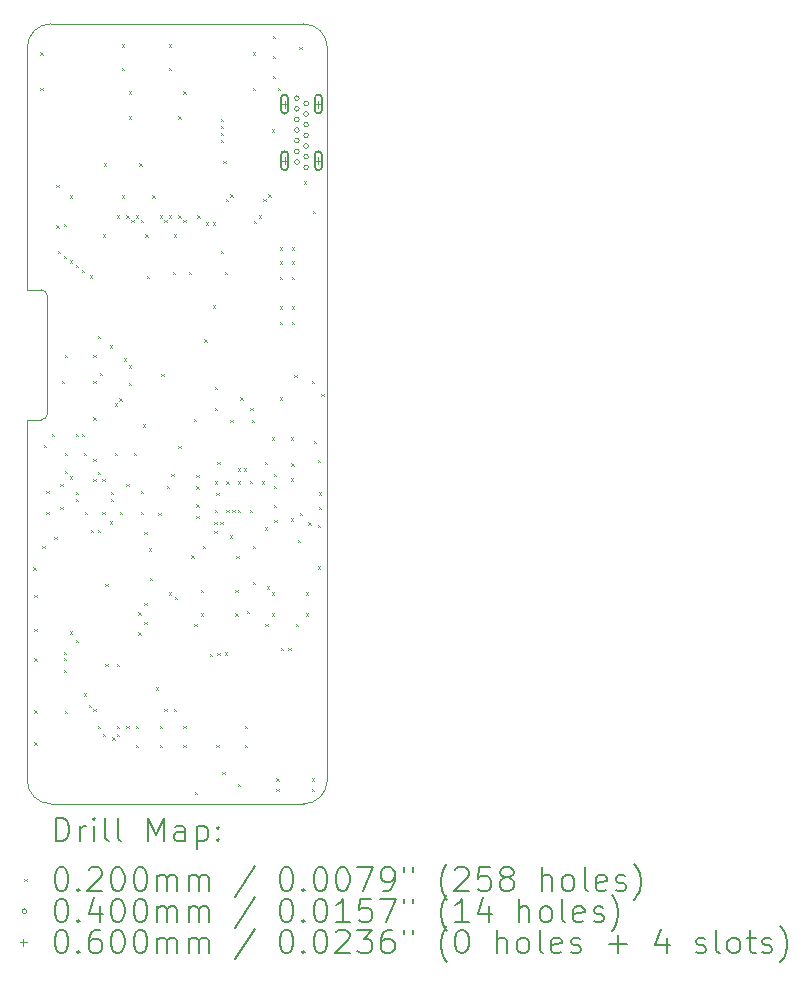
<source format=gbr>
%TF.GenerationSoftware,KiCad,Pcbnew,7.0.1*%
%TF.CreationDate,2023-04-26T14:08:55+02:00*%
%TF.ProjectId,radartof-hardware,72616461-7274-46f6-962d-686172647761,1.4*%
%TF.SameCoordinates,Original*%
%TF.FileFunction,Drillmap*%
%TF.FilePolarity,Positive*%
%FSLAX45Y45*%
G04 Gerber Fmt 4.5, Leading zero omitted, Abs format (unit mm)*
G04 Created by KiCad (PCBNEW 7.0.1) date 2023-04-26 14:08:55*
%MOMM*%
%LPD*%
G01*
G04 APERTURE LIST*
%ADD10C,0.100000*%
%ADD11C,0.200000*%
%ADD12C,0.020000*%
%ADD13C,0.040000*%
%ADD14C,0.060000*%
G04 APERTURE END LIST*
D10*
X16270000Y-6898000D02*
G75*
G03*
X16070000Y-6698000I-200000J0D01*
G01*
X13850000Y-10050000D02*
G75*
G03*
X13900000Y-10000000I0J50000D01*
G01*
X13930000Y-6698000D02*
X16070000Y-6698000D01*
X13930000Y-6698000D02*
G75*
G03*
X13730000Y-6898000I0J-200000D01*
G01*
X13730000Y-8950000D02*
X13730000Y-6898000D01*
X13730000Y-13102000D02*
X13730000Y-10050000D01*
X13730000Y-13102000D02*
G75*
G03*
X13930000Y-13302000I200000J0D01*
G01*
X16270000Y-6898000D02*
X16270000Y-13102000D01*
X13850000Y-10050000D02*
X13730000Y-10050000D01*
X16070000Y-13302000D02*
X13930000Y-13302000D01*
X13900000Y-9000000D02*
G75*
G03*
X13850000Y-8950000I-50000J0D01*
G01*
X13900000Y-9000000D02*
X13900000Y-10000000D01*
X16070000Y-13302000D02*
G75*
G03*
X16270000Y-13102000I0J200000D01*
G01*
X13850000Y-8950000D02*
X13730000Y-8950000D01*
D11*
D12*
X13780000Y-11300000D02*
X13800000Y-11320000D01*
X13800000Y-11300000D02*
X13780000Y-11320000D01*
X13790000Y-11530000D02*
X13810000Y-11550000D01*
X13810000Y-11530000D02*
X13790000Y-11550000D01*
X13790000Y-11820000D02*
X13810000Y-11840000D01*
X13810000Y-11820000D02*
X13790000Y-11840000D01*
X13790000Y-12070000D02*
X13810000Y-12090000D01*
X13810000Y-12070000D02*
X13790000Y-12090000D01*
X13790000Y-12510000D02*
X13810000Y-12530000D01*
X13810000Y-12510000D02*
X13790000Y-12530000D01*
X13790000Y-12780000D02*
X13810000Y-12800000D01*
X13810000Y-12780000D02*
X13790000Y-12800000D01*
X13840000Y-6940000D02*
X13860000Y-6960000D01*
X13860000Y-6940000D02*
X13840000Y-6960000D01*
X13840000Y-7240000D02*
X13860000Y-7260000D01*
X13860000Y-7240000D02*
X13840000Y-7260000D01*
X13856250Y-11120000D02*
X13876250Y-11140000D01*
X13876250Y-11120000D02*
X13856250Y-11140000D01*
X13870000Y-10260000D02*
X13890000Y-10280000D01*
X13890000Y-10260000D02*
X13870000Y-10280000D01*
X13890000Y-10650000D02*
X13910000Y-10670000D01*
X13910000Y-10650000D02*
X13890000Y-10670000D01*
X13890000Y-10830000D02*
X13910000Y-10850000D01*
X13910000Y-10830000D02*
X13890000Y-10850000D01*
X13940000Y-10170000D02*
X13960000Y-10190000D01*
X13960000Y-10170000D02*
X13940000Y-10190000D01*
X13960000Y-11040000D02*
X13980000Y-11060000D01*
X13980000Y-11040000D02*
X13960000Y-11060000D01*
X13974950Y-8060000D02*
X13994950Y-8080000D01*
X13994950Y-8060000D02*
X13974950Y-8080000D01*
X13975000Y-8405000D02*
X13995000Y-8425000D01*
X13995000Y-8405000D02*
X13975000Y-8425000D01*
X13990000Y-8620000D02*
X14010000Y-8640000D01*
X14010000Y-8620000D02*
X13990000Y-8640000D01*
X14010000Y-10595000D02*
X14030000Y-10615000D01*
X14030000Y-10595000D02*
X14010000Y-10615000D01*
X14010000Y-10785000D02*
X14030000Y-10805000D01*
X14030000Y-10785000D02*
X14010000Y-10805000D01*
X14020000Y-9720000D02*
X14040000Y-9740000D01*
X14040000Y-9720000D02*
X14020000Y-9740000D01*
X14040000Y-8390000D02*
X14060000Y-8410000D01*
X14060000Y-8390000D02*
X14040000Y-8410000D01*
X14040000Y-8660000D02*
X14060000Y-8680000D01*
X14060000Y-8660000D02*
X14040000Y-8680000D01*
X14040000Y-12015000D02*
X14060000Y-12035000D01*
X14060000Y-12015000D02*
X14040000Y-12035000D01*
X14040000Y-12065000D02*
X14060000Y-12085000D01*
X14060000Y-12065000D02*
X14040000Y-12085000D01*
X14040000Y-12165000D02*
X14060000Y-12185000D01*
X14060000Y-12165000D02*
X14040000Y-12185000D01*
X14050000Y-9500000D02*
X14070000Y-9520000D01*
X14070000Y-9500000D02*
X14050000Y-9520000D01*
X14050000Y-10330000D02*
X14070000Y-10350000D01*
X14070000Y-10330000D02*
X14050000Y-10350000D01*
X14050000Y-10480000D02*
X14070000Y-10500000D01*
X14070000Y-10480000D02*
X14050000Y-10500000D01*
X14050000Y-12515000D02*
X14070000Y-12535000D01*
X14070000Y-12515000D02*
X14050000Y-12535000D01*
X14090000Y-8150000D02*
X14110000Y-8170000D01*
X14110000Y-8150000D02*
X14090000Y-8170000D01*
X14090000Y-8700000D02*
X14110000Y-8720000D01*
X14110000Y-8700000D02*
X14090000Y-8720000D01*
X14090000Y-10530000D02*
X14110000Y-10550000D01*
X14110000Y-10530000D02*
X14090000Y-10550000D01*
X14090000Y-11840000D02*
X14110000Y-11860000D01*
X14110000Y-11840000D02*
X14090000Y-11860000D01*
X14140000Y-8740000D02*
X14160000Y-8760000D01*
X14160000Y-8740000D02*
X14140000Y-8760000D01*
X14140000Y-10170000D02*
X14160000Y-10190000D01*
X14160000Y-10170000D02*
X14140000Y-10190000D01*
X14140000Y-10660000D02*
X14160000Y-10680000D01*
X14160000Y-10660000D02*
X14140000Y-10680000D01*
X14140000Y-10720000D02*
X14160000Y-10740000D01*
X14160000Y-10720000D02*
X14140000Y-10740000D01*
X14140000Y-11915000D02*
X14160000Y-11935000D01*
X14160000Y-11915000D02*
X14140000Y-11935000D01*
X14190000Y-8780000D02*
X14210000Y-8800000D01*
X14210000Y-8780000D02*
X14190000Y-8800000D01*
X14190000Y-10170000D02*
X14210000Y-10190000D01*
X14210000Y-10170000D02*
X14190000Y-10190000D01*
X14210000Y-10330000D02*
X14230000Y-10350000D01*
X14230000Y-10330000D02*
X14210000Y-10350000D01*
X14210000Y-12365000D02*
X14230000Y-12385000D01*
X14230000Y-12365000D02*
X14210000Y-12385000D01*
X14215000Y-10830000D02*
X14235000Y-10850000D01*
X14235000Y-10830000D02*
X14215000Y-10850000D01*
X14250000Y-12465000D02*
X14270000Y-12485000D01*
X14270000Y-12465000D02*
X14250000Y-12485000D01*
X14260000Y-8826250D02*
X14280000Y-8846250D01*
X14280000Y-8826250D02*
X14260000Y-8846250D01*
X14270000Y-10980000D02*
X14290000Y-11000000D01*
X14290000Y-10980000D02*
X14270000Y-11000000D01*
X14290000Y-9500000D02*
X14310000Y-9520000D01*
X14310000Y-9500000D02*
X14290000Y-9520000D01*
X14290000Y-9720000D02*
X14310000Y-9740000D01*
X14310000Y-9720000D02*
X14290000Y-9740000D01*
X14290000Y-10030000D02*
X14310000Y-10050000D01*
X14310000Y-10030000D02*
X14290000Y-10050000D01*
X14290000Y-10380000D02*
X14310000Y-10400000D01*
X14310000Y-10380000D02*
X14290000Y-10400000D01*
X14290000Y-10550000D02*
X14310000Y-10570000D01*
X14310000Y-10550000D02*
X14290000Y-10570000D01*
X14290000Y-12500000D02*
X14310000Y-12520000D01*
X14310000Y-12500000D02*
X14290000Y-12520000D01*
X14330000Y-9340000D02*
X14350000Y-9360000D01*
X14350000Y-9340000D02*
X14330000Y-9360000D01*
X14330000Y-10490000D02*
X14350000Y-10510000D01*
X14350000Y-10490000D02*
X14330000Y-10510000D01*
X14330000Y-10980000D02*
X14350000Y-11000000D01*
X14350000Y-10980000D02*
X14330000Y-11000000D01*
X14330000Y-12640000D02*
X14350000Y-12660000D01*
X14350000Y-12640000D02*
X14330000Y-12660000D01*
X14345000Y-9655000D02*
X14365000Y-9675000D01*
X14365000Y-9655000D02*
X14345000Y-9675000D01*
X14365000Y-10550000D02*
X14385000Y-10570000D01*
X14385000Y-10550000D02*
X14365000Y-10570000D01*
X14365000Y-10830000D02*
X14385000Y-10850000D01*
X14385000Y-10830000D02*
X14365000Y-10850000D01*
X14370000Y-8480000D02*
X14390000Y-8500000D01*
X14390000Y-8480000D02*
X14370000Y-8500000D01*
X14370000Y-12710000D02*
X14390000Y-12730000D01*
X14390000Y-12710000D02*
X14370000Y-12730000D01*
X14380000Y-7880000D02*
X14400000Y-7900000D01*
X14400000Y-7880000D02*
X14380000Y-7900000D01*
X14390000Y-11440000D02*
X14410000Y-11460000D01*
X14410000Y-11440000D02*
X14390000Y-11460000D01*
X14390000Y-12115000D02*
X14410000Y-12135000D01*
X14410000Y-12115000D02*
X14390000Y-12135000D01*
X14430000Y-9420000D02*
X14450000Y-9440000D01*
X14450000Y-9420000D02*
X14430000Y-9440000D01*
X14430000Y-10910000D02*
X14450000Y-10930000D01*
X14450000Y-10910000D02*
X14430000Y-10930000D01*
X14440000Y-10660000D02*
X14460000Y-10680000D01*
X14460000Y-10660000D02*
X14440000Y-10680000D01*
X14440000Y-10720000D02*
X14460000Y-10740000D01*
X14460000Y-10720000D02*
X14440000Y-10740000D01*
X14450000Y-12740000D02*
X14470000Y-12760000D01*
X14470000Y-12740000D02*
X14450000Y-12760000D01*
X14470000Y-9910000D02*
X14490000Y-9930000D01*
X14490000Y-9910000D02*
X14470000Y-9930000D01*
X14470000Y-10330000D02*
X14490000Y-10350000D01*
X14490000Y-10330000D02*
X14470000Y-10350000D01*
X14490000Y-8320000D02*
X14510000Y-8340000D01*
X14510000Y-8320000D02*
X14490000Y-8340000D01*
X14490000Y-12115000D02*
X14510000Y-12135000D01*
X14510000Y-12115000D02*
X14490000Y-12135000D01*
X14490000Y-12640000D02*
X14510000Y-12660000D01*
X14510000Y-12640000D02*
X14490000Y-12660000D01*
X14490000Y-12710000D02*
X14510000Y-12730000D01*
X14510000Y-12710000D02*
X14490000Y-12730000D01*
X14510000Y-9870000D02*
X14530000Y-9890000D01*
X14530000Y-9870000D02*
X14510000Y-9890000D01*
X14515000Y-10830000D02*
X14535000Y-10850000D01*
X14535000Y-10830000D02*
X14515000Y-10850000D01*
X14530000Y-6870000D02*
X14550000Y-6890000D01*
X14550000Y-6870000D02*
X14530000Y-6890000D01*
X14530000Y-7070000D02*
X14550000Y-7090000D01*
X14550000Y-7070000D02*
X14530000Y-7090000D01*
X14530000Y-8150000D02*
X14550000Y-8170000D01*
X14550000Y-8150000D02*
X14530000Y-8170000D01*
X14550000Y-9530000D02*
X14570000Y-9550000D01*
X14570000Y-9530000D02*
X14550000Y-9550000D01*
X14570000Y-8320000D02*
X14590000Y-8340000D01*
X14590000Y-8320000D02*
X14570000Y-8340000D01*
X14570000Y-10595000D02*
X14590000Y-10615000D01*
X14590000Y-10595000D02*
X14570000Y-10615000D01*
X14570000Y-12640000D02*
X14590000Y-12660000D01*
X14590000Y-12640000D02*
X14570000Y-12660000D01*
X14590000Y-7270000D02*
X14610000Y-7290000D01*
X14610000Y-7270000D02*
X14590000Y-7290000D01*
X14590000Y-7480000D02*
X14610000Y-7500000D01*
X14610000Y-7480000D02*
X14590000Y-7500000D01*
X14590000Y-9590000D02*
X14610000Y-9610000D01*
X14610000Y-9590000D02*
X14590000Y-9610000D01*
X14590000Y-9740000D02*
X14610000Y-9760000D01*
X14610000Y-9740000D02*
X14590000Y-9760000D01*
X14610000Y-8360000D02*
X14630000Y-8380000D01*
X14630000Y-8360000D02*
X14610000Y-8380000D01*
X14630000Y-10330000D02*
X14650000Y-10350000D01*
X14650000Y-10330000D02*
X14630000Y-10350000D01*
X14650000Y-8320000D02*
X14670000Y-8340000D01*
X14670000Y-8320000D02*
X14650000Y-8340000D01*
X14650000Y-12640000D02*
X14670000Y-12660000D01*
X14670000Y-12640000D02*
X14650000Y-12660000D01*
X14650000Y-12800000D02*
X14670000Y-12820000D01*
X14670000Y-12800000D02*
X14650000Y-12820000D01*
X14670000Y-11680000D02*
X14690000Y-11700000D01*
X14690000Y-11680000D02*
X14670000Y-11700000D01*
X14670000Y-11850000D02*
X14690000Y-11870000D01*
X14690000Y-11850000D02*
X14670000Y-11870000D01*
X14680228Y-7880228D02*
X14700228Y-7900228D01*
X14700228Y-7880228D02*
X14680228Y-7900228D01*
X14690000Y-8360000D02*
X14710000Y-8380000D01*
X14710000Y-8360000D02*
X14690000Y-8380000D01*
X14690000Y-10650000D02*
X14710000Y-10670000D01*
X14710000Y-10650000D02*
X14690000Y-10670000D01*
X14690000Y-10830000D02*
X14710000Y-10850000D01*
X14710000Y-10830000D02*
X14690000Y-10850000D01*
X14710000Y-10090000D02*
X14730000Y-10110000D01*
X14730000Y-10090000D02*
X14710000Y-10110000D01*
X14720000Y-11000000D02*
X14740000Y-11020000D01*
X14740000Y-11000000D02*
X14720000Y-11020000D01*
X14720000Y-11760000D02*
X14740000Y-11780000D01*
X14740000Y-11760000D02*
X14720000Y-11780000D01*
X14720289Y-11600289D02*
X14740289Y-11620289D01*
X14740289Y-11600289D02*
X14720289Y-11620289D01*
X14730000Y-8480000D02*
X14750000Y-8500000D01*
X14750000Y-8480000D02*
X14730000Y-8500000D01*
X14740000Y-8830000D02*
X14760000Y-8850000D01*
X14760000Y-8830000D02*
X14740000Y-8850000D01*
X14760000Y-11140000D02*
X14780000Y-11160000D01*
X14780000Y-11140000D02*
X14760000Y-11160000D01*
X14770000Y-11390000D02*
X14790000Y-11410000D01*
X14790000Y-11390000D02*
X14770000Y-11410000D01*
X14790000Y-8150000D02*
X14810000Y-8170000D01*
X14810000Y-8150000D02*
X14790000Y-8170000D01*
X14820000Y-12315000D02*
X14840000Y-12335000D01*
X14840000Y-12315000D02*
X14820000Y-12335000D01*
X14840000Y-10840000D02*
X14860000Y-10860000D01*
X14860000Y-10840000D02*
X14840000Y-10860000D01*
X14850000Y-8320000D02*
X14870000Y-8340000D01*
X14870000Y-8320000D02*
X14850000Y-8340000D01*
X14850000Y-12640000D02*
X14870000Y-12660000D01*
X14870000Y-12640000D02*
X14850000Y-12660000D01*
X14850000Y-12800000D02*
X14870000Y-12820000D01*
X14870000Y-12800000D02*
X14850000Y-12820000D01*
X14863700Y-9660000D02*
X14883700Y-9680000D01*
X14883700Y-9660000D02*
X14863700Y-9680000D01*
X14890000Y-8360000D02*
X14910000Y-8380000D01*
X14910000Y-8360000D02*
X14890000Y-8380000D01*
X14890000Y-12500000D02*
X14910000Y-12520000D01*
X14910000Y-12500000D02*
X14890000Y-12520000D01*
X14910000Y-10610000D02*
X14930000Y-10630000D01*
X14930000Y-10610000D02*
X14910000Y-10630000D01*
X14930000Y-6870000D02*
X14950000Y-6890000D01*
X14950000Y-6870000D02*
X14930000Y-6890000D01*
X14930000Y-7070000D02*
X14950000Y-7090000D01*
X14950000Y-7070000D02*
X14930000Y-7090000D01*
X14930000Y-8320000D02*
X14950000Y-8340000D01*
X14950000Y-8320000D02*
X14930000Y-8340000D01*
X14930000Y-11510000D02*
X14950000Y-11530000D01*
X14950000Y-11510000D02*
X14930000Y-11530000D01*
X14950000Y-10510000D02*
X14970000Y-10530000D01*
X14970000Y-10510000D02*
X14950000Y-10530000D01*
X14964950Y-8800000D02*
X14984950Y-8820000D01*
X14984950Y-8800000D02*
X14964950Y-8820000D01*
X14970000Y-8480000D02*
X14990000Y-8500000D01*
X14990000Y-8480000D02*
X14970000Y-8500000D01*
X14970000Y-12500000D02*
X14990000Y-12520000D01*
X14990000Y-12500000D02*
X14970000Y-12520000D01*
X14980000Y-11550000D02*
X15000000Y-11570000D01*
X15000000Y-11550000D02*
X14980000Y-11570000D01*
X15010000Y-7480000D02*
X15030000Y-7500000D01*
X15030000Y-7480000D02*
X15010000Y-7500000D01*
X15010000Y-8320000D02*
X15030000Y-8340000D01*
X15030000Y-8320000D02*
X15010000Y-8340000D01*
X15010000Y-10270000D02*
X15030000Y-10290000D01*
X15030000Y-10270000D02*
X15010000Y-10290000D01*
X15050000Y-7270000D02*
X15070000Y-7290000D01*
X15070000Y-7270000D02*
X15050000Y-7290000D01*
X15050000Y-8360000D02*
X15070000Y-8380000D01*
X15070000Y-8360000D02*
X15050000Y-8380000D01*
X15050000Y-12640000D02*
X15070000Y-12660000D01*
X15070000Y-12640000D02*
X15050000Y-12660000D01*
X15050000Y-12800000D02*
X15070000Y-12820000D01*
X15070000Y-12800000D02*
X15050000Y-12820000D01*
X15100000Y-8800000D02*
X15120000Y-8820000D01*
X15120000Y-8800000D02*
X15100000Y-8820000D01*
X15120000Y-11197450D02*
X15140000Y-11217450D01*
X15140000Y-11197450D02*
X15120000Y-11217450D01*
X15140000Y-10040000D02*
X15160000Y-10060000D01*
X15160000Y-10040000D02*
X15140000Y-10060000D01*
X15145000Y-11780000D02*
X15165000Y-11800000D01*
X15165000Y-11780000D02*
X15145000Y-11800000D01*
X15150000Y-13200000D02*
X15170000Y-13220000D01*
X15170000Y-13200000D02*
X15150000Y-13220000D01*
X15160000Y-10515000D02*
X15180000Y-10535000D01*
X15180000Y-10515000D02*
X15160000Y-10535000D01*
X15160000Y-10615000D02*
X15180000Y-10635000D01*
X15180000Y-10615000D02*
X15160000Y-10635000D01*
X15160000Y-10765000D02*
X15180000Y-10785000D01*
X15180000Y-10765000D02*
X15160000Y-10785000D01*
X15160000Y-10865000D02*
X15180000Y-10885000D01*
X15180000Y-10865000D02*
X15160000Y-10885000D01*
X15170000Y-8320000D02*
X15190000Y-8340000D01*
X15190000Y-8320000D02*
X15170000Y-8340000D01*
X15200000Y-11490000D02*
X15220000Y-11510000D01*
X15220000Y-11490000D02*
X15200000Y-11510000D01*
X15200000Y-11690000D02*
X15220000Y-11710000D01*
X15220000Y-11690000D02*
X15200000Y-11710000D01*
X15215000Y-11120000D02*
X15235000Y-11140000D01*
X15235000Y-11120000D02*
X15215000Y-11140000D01*
X15230000Y-9370000D02*
X15250000Y-9390000D01*
X15250000Y-9370000D02*
X15230000Y-9390000D01*
X15240000Y-8380000D02*
X15260000Y-8400000D01*
X15260000Y-8380000D02*
X15240000Y-8400000D01*
X15275000Y-12030000D02*
X15295000Y-12050000D01*
X15295000Y-12030000D02*
X15275000Y-12050000D01*
X15300000Y-8380000D02*
X15320000Y-8400000D01*
X15320000Y-8380000D02*
X15300000Y-8400000D01*
X15300000Y-9080000D02*
X15320000Y-9100000D01*
X15320000Y-9080000D02*
X15300000Y-9100000D01*
X15315000Y-10990000D02*
X15335000Y-11010000D01*
X15335000Y-10990000D02*
X15315000Y-11010000D01*
X15315050Y-10915000D02*
X15335050Y-10935000D01*
X15335050Y-10915000D02*
X15315050Y-10935000D01*
X15320000Y-9770000D02*
X15340000Y-9790000D01*
X15340000Y-9770000D02*
X15320000Y-9790000D01*
X15320000Y-9950000D02*
X15340000Y-9970000D01*
X15340000Y-9950000D02*
X15320000Y-9970000D01*
X15320000Y-10570000D02*
X15340000Y-10590000D01*
X15340000Y-10570000D02*
X15320000Y-10590000D01*
X15320000Y-10810000D02*
X15340000Y-10830000D01*
X15340000Y-10810000D02*
X15320000Y-10830000D01*
X15330000Y-10670000D02*
X15350000Y-10690000D01*
X15350000Y-10670000D02*
X15330000Y-10690000D01*
X15330000Y-12800000D02*
X15350000Y-12820000D01*
X15350000Y-12800000D02*
X15330000Y-12820000D01*
X15340000Y-10405000D02*
X15360000Y-10425000D01*
X15360000Y-10405000D02*
X15340000Y-10425000D01*
X15340000Y-12025910D02*
X15360000Y-12045910D01*
X15360000Y-12025910D02*
X15340000Y-12045910D01*
X15365000Y-10915000D02*
X15385000Y-10935000D01*
X15385000Y-10915000D02*
X15365000Y-10935000D01*
X15370000Y-7500000D02*
X15390000Y-7520000D01*
X15390000Y-7500000D02*
X15370000Y-7520000D01*
X15370000Y-7560000D02*
X15390000Y-7580000D01*
X15390000Y-7560000D02*
X15370000Y-7580000D01*
X15370000Y-7620000D02*
X15390000Y-7640000D01*
X15390000Y-7620000D02*
X15370000Y-7640000D01*
X15370000Y-7680000D02*
X15390000Y-7700000D01*
X15390000Y-7680000D02*
X15370000Y-7700000D01*
X15370000Y-8620000D02*
X15390000Y-8640000D01*
X15390000Y-8620000D02*
X15370000Y-8640000D01*
X15380000Y-13030000D02*
X15400000Y-13050000D01*
X15400000Y-13030000D02*
X15380000Y-13050000D01*
X15390000Y-7860000D02*
X15410000Y-7880000D01*
X15410000Y-7860000D02*
X15390000Y-7880000D01*
X15400000Y-8800000D02*
X15420000Y-8820000D01*
X15420000Y-8800000D02*
X15400000Y-8820000D01*
X15405000Y-12020000D02*
X15425000Y-12040000D01*
X15425000Y-12020000D02*
X15405000Y-12040000D01*
X15410000Y-8180000D02*
X15430000Y-8200000D01*
X15430000Y-8180000D02*
X15410000Y-8200000D01*
X15415000Y-10570000D02*
X15435000Y-10590000D01*
X15435000Y-10570000D02*
X15415000Y-10590000D01*
X15415000Y-10815000D02*
X15435000Y-10835000D01*
X15435000Y-10815000D02*
X15415000Y-10835000D01*
X15445000Y-11030000D02*
X15465000Y-11050000D01*
X15465000Y-11030000D02*
X15445000Y-11050000D01*
X15450000Y-8140000D02*
X15470000Y-8160000D01*
X15470000Y-8140000D02*
X15450000Y-8160000D01*
X15450000Y-10050000D02*
X15470000Y-10070000D01*
X15470000Y-10050000D02*
X15450000Y-10070000D01*
X15465050Y-10815000D02*
X15485050Y-10835000D01*
X15485050Y-10815000D02*
X15465050Y-10835000D01*
X15490000Y-11490000D02*
X15510000Y-11510000D01*
X15510000Y-11490000D02*
X15490000Y-11510000D01*
X15490000Y-11690000D02*
X15510000Y-11710000D01*
X15510000Y-11690000D02*
X15490000Y-11710000D01*
X15500000Y-11200000D02*
X15520000Y-11220000D01*
X15520000Y-11200000D02*
X15500000Y-11220000D01*
X15510000Y-13130000D02*
X15530000Y-13150000D01*
X15530000Y-13130000D02*
X15510000Y-13150000D01*
X15515000Y-10460000D02*
X15535000Y-10480000D01*
X15535000Y-10460000D02*
X15515000Y-10480000D01*
X15515000Y-10570000D02*
X15535000Y-10590000D01*
X15535000Y-10570000D02*
X15515000Y-10590000D01*
X15515000Y-10815000D02*
X15535000Y-10835000D01*
X15535000Y-10815000D02*
X15515000Y-10835000D01*
X15535000Y-9860000D02*
X15555000Y-9880000D01*
X15555000Y-9860000D02*
X15535000Y-9880000D01*
X15565000Y-10460000D02*
X15585000Y-10480000D01*
X15585000Y-10460000D02*
X15565000Y-10480000D01*
X15570000Y-12640000D02*
X15590000Y-12660000D01*
X15590000Y-12640000D02*
X15570000Y-12660000D01*
X15570000Y-12800000D02*
X15590000Y-12820000D01*
X15590000Y-12800000D02*
X15570000Y-12820000D01*
X15590000Y-11670000D02*
X15610000Y-11690000D01*
X15610000Y-11670000D02*
X15590000Y-11690000D01*
X15615000Y-10565000D02*
X15635000Y-10585000D01*
X15635000Y-10565000D02*
X15615000Y-10585000D01*
X15615000Y-10810000D02*
X15635000Y-10830000D01*
X15635000Y-10810000D02*
X15615000Y-10830000D01*
X15620000Y-9950000D02*
X15640000Y-9970000D01*
X15640000Y-9950000D02*
X15620000Y-9970000D01*
X15630000Y-10050000D02*
X15650000Y-10070000D01*
X15650000Y-10050000D02*
X15630000Y-10070000D01*
X15640000Y-6940000D02*
X15660000Y-6960000D01*
X15660000Y-6940000D02*
X15640000Y-6960000D01*
X15640000Y-7240000D02*
X15660000Y-7260000D01*
X15660000Y-7240000D02*
X15640000Y-7260000D01*
X15640000Y-11120000D02*
X15660000Y-11140000D01*
X15660000Y-11120000D02*
X15640000Y-11140000D01*
X15640000Y-11420000D02*
X15660000Y-11440000D01*
X15660000Y-11420000D02*
X15640000Y-11440000D01*
X15650000Y-8365000D02*
X15670000Y-8385000D01*
X15670000Y-8365000D02*
X15650000Y-8385000D01*
X15689950Y-8320000D02*
X15709950Y-8340000D01*
X15709950Y-8320000D02*
X15689950Y-8340000D01*
X15715000Y-10570000D02*
X15735000Y-10590000D01*
X15735000Y-10570000D02*
X15715000Y-10590000D01*
X15730000Y-8180000D02*
X15750000Y-8200000D01*
X15750000Y-8180000D02*
X15730000Y-8200000D01*
X15740000Y-10405000D02*
X15760000Y-10425000D01*
X15760000Y-10405000D02*
X15740000Y-10425000D01*
X15740000Y-10960000D02*
X15760000Y-10980000D01*
X15760000Y-10960000D02*
X15740000Y-10980000D01*
X15745000Y-11780000D02*
X15765000Y-11800000D01*
X15765000Y-11780000D02*
X15745000Y-11800000D01*
X15758519Y-11461481D02*
X15778519Y-11481481D01*
X15778519Y-11461481D02*
X15758519Y-11481481D01*
X15770000Y-8140000D02*
X15790000Y-8160000D01*
X15790000Y-8140000D02*
X15770000Y-8160000D01*
X15800000Y-10198750D02*
X15820000Y-10218750D01*
X15820000Y-10198750D02*
X15800000Y-10218750D01*
X15800000Y-11510000D02*
X15820000Y-11530000D01*
X15820000Y-11510000D02*
X15800000Y-11530000D01*
X15800000Y-11690000D02*
X15820000Y-11710000D01*
X15820000Y-11690000D02*
X15800000Y-11710000D01*
X15800272Y-7590272D02*
X15820272Y-7610272D01*
X15820272Y-7590272D02*
X15800272Y-7610272D01*
X15810000Y-6800000D02*
X15830000Y-6820000D01*
X15830000Y-6800000D02*
X15810000Y-6820000D01*
X15810000Y-6970000D02*
X15830000Y-6990000D01*
X15830000Y-6970000D02*
X15810000Y-6990000D01*
X15810000Y-7140000D02*
X15830000Y-7160000D01*
X15830000Y-7140000D02*
X15810000Y-7160000D01*
X15820000Y-10510000D02*
X15840000Y-10530000D01*
X15840000Y-10510000D02*
X15820000Y-10530000D01*
X15820000Y-10610000D02*
X15840000Y-10630000D01*
X15840000Y-10610000D02*
X15820000Y-10630000D01*
X15820000Y-10770000D02*
X15840000Y-10790000D01*
X15840000Y-10770000D02*
X15820000Y-10790000D01*
X15821000Y-10899000D02*
X15841000Y-10919000D01*
X15841000Y-10899000D02*
X15821000Y-10919000D01*
X15840000Y-13085000D02*
X15860000Y-13105000D01*
X15860000Y-13085000D02*
X15840000Y-13105000D01*
X15840000Y-13175000D02*
X15860000Y-13195000D01*
X15860000Y-13175000D02*
X15840000Y-13195000D01*
X15850000Y-7240000D02*
X15870000Y-7260000D01*
X15870000Y-7240000D02*
X15850000Y-7260000D01*
X15870000Y-8590000D02*
X15890000Y-8610000D01*
X15890000Y-8590000D02*
X15870000Y-8610000D01*
X15870000Y-8710000D02*
X15890000Y-8730000D01*
X15890000Y-8710000D02*
X15870000Y-8730000D01*
X15870000Y-8840000D02*
X15890000Y-8860000D01*
X15890000Y-8840000D02*
X15870000Y-8860000D01*
X15870000Y-9090000D02*
X15890000Y-9110000D01*
X15890000Y-9090000D02*
X15870000Y-9110000D01*
X15870000Y-9220000D02*
X15890000Y-9240000D01*
X15890000Y-9220000D02*
X15870000Y-9240000D01*
X15870000Y-9860000D02*
X15890000Y-9880000D01*
X15890000Y-9860000D02*
X15870000Y-9880000D01*
X15875300Y-11980300D02*
X15895300Y-12000300D01*
X15895300Y-11980300D02*
X15875300Y-12000300D01*
X15940000Y-11980000D02*
X15960000Y-12000000D01*
X15960000Y-11980000D02*
X15940000Y-12000000D01*
X15960000Y-10200000D02*
X15980000Y-10220000D01*
X15980000Y-10200000D02*
X15960000Y-10220000D01*
X15963000Y-10545000D02*
X15983000Y-10565000D01*
X15983000Y-10545000D02*
X15963000Y-10565000D01*
X15963000Y-10885000D02*
X15983000Y-10905000D01*
X15983000Y-10885000D02*
X15963000Y-10905000D01*
X15965000Y-10420000D02*
X15985000Y-10440000D01*
X15985000Y-10420000D02*
X15965000Y-10440000D01*
X15970000Y-8590000D02*
X15990000Y-8610000D01*
X15990000Y-8590000D02*
X15970000Y-8610000D01*
X15970000Y-8710000D02*
X15990000Y-8730000D01*
X15990000Y-8710000D02*
X15970000Y-8730000D01*
X15970000Y-8840000D02*
X15990000Y-8860000D01*
X15990000Y-8840000D02*
X15970000Y-8860000D01*
X15970000Y-9090000D02*
X15990000Y-9110000D01*
X15990000Y-9090000D02*
X15970000Y-9110000D01*
X15970000Y-9220000D02*
X15990000Y-9240000D01*
X15990000Y-9220000D02*
X15970000Y-9240000D01*
X15990000Y-9670000D02*
X16010000Y-9690000D01*
X16010000Y-9670000D02*
X15990000Y-9690000D01*
X16005000Y-11780000D02*
X16025000Y-11800000D01*
X16025000Y-11780000D02*
X16005000Y-11800000D01*
X16020000Y-11065000D02*
X16040000Y-11085000D01*
X16040000Y-11065000D02*
X16020000Y-11085000D01*
X16032500Y-6890000D02*
X16052500Y-6910000D01*
X16052500Y-6890000D02*
X16032500Y-6910000D01*
X16035000Y-10840000D02*
X16055000Y-10860000D01*
X16055000Y-10840000D02*
X16035000Y-10860000D01*
X16070000Y-8030000D02*
X16090000Y-8050000D01*
X16090000Y-8030000D02*
X16070000Y-8050000D01*
X16090000Y-11510000D02*
X16110000Y-11530000D01*
X16110000Y-11510000D02*
X16090000Y-11530000D01*
X16090000Y-11690000D02*
X16110000Y-11710000D01*
X16110000Y-11690000D02*
X16090000Y-11710000D01*
X16110000Y-10920000D02*
X16130000Y-10940000D01*
X16130000Y-10920000D02*
X16110000Y-10940000D01*
X16140000Y-9720000D02*
X16160000Y-9740000D01*
X16160000Y-9720000D02*
X16140000Y-9740000D01*
X16140000Y-13085000D02*
X16160000Y-13105000D01*
X16160000Y-13085000D02*
X16140000Y-13105000D01*
X16140000Y-13175000D02*
X16160000Y-13195000D01*
X16160000Y-13175000D02*
X16140000Y-13195000D01*
X16150000Y-8280000D02*
X16170000Y-8300000D01*
X16170000Y-8280000D02*
X16150000Y-8300000D01*
X16157500Y-10230000D02*
X16177500Y-10250000D01*
X16177500Y-10230000D02*
X16157500Y-10250000D01*
X16190000Y-10390000D02*
X16210000Y-10410000D01*
X16210000Y-10390000D02*
X16190000Y-10410000D01*
X16190000Y-10940000D02*
X16210000Y-10960000D01*
X16210000Y-10940000D02*
X16190000Y-10960000D01*
X16190000Y-11290000D02*
X16210000Y-11310000D01*
X16210000Y-11290000D02*
X16190000Y-11310000D01*
X16200000Y-10665000D02*
X16220000Y-10685000D01*
X16220000Y-10665000D02*
X16200000Y-10685000D01*
X16200000Y-10785000D02*
X16220000Y-10805000D01*
X16220000Y-10785000D02*
X16200000Y-10805000D01*
X16220000Y-9830000D02*
X16240000Y-9850000D01*
X16240000Y-9830000D02*
X16220000Y-9850000D01*
D13*
X16032675Y-7327500D02*
G75*
G03*
X16032675Y-7327500I-20000J0D01*
G01*
X16032675Y-7417500D02*
G75*
G03*
X16032675Y-7417500I-20000J0D01*
G01*
X16032675Y-7507500D02*
G75*
G03*
X16032675Y-7507500I-20000J0D01*
G01*
X16032675Y-7597500D02*
G75*
G03*
X16032675Y-7597500I-20000J0D01*
G01*
X16032675Y-7687500D02*
G75*
G03*
X16032675Y-7687500I-20000J0D01*
G01*
X16032675Y-7777500D02*
G75*
G03*
X16032675Y-7777500I-20000J0D01*
G01*
X16032675Y-7867500D02*
G75*
G03*
X16032675Y-7867500I-20000J0D01*
G01*
X16110675Y-7372500D02*
G75*
G03*
X16110675Y-7372500I-20000J0D01*
G01*
X16110675Y-7462500D02*
G75*
G03*
X16110675Y-7462500I-20000J0D01*
G01*
X16110675Y-7552500D02*
G75*
G03*
X16110675Y-7552500I-20000J0D01*
G01*
X16110675Y-7642500D02*
G75*
G03*
X16110675Y-7642500I-20000J0D01*
G01*
X16110675Y-7732500D02*
G75*
G03*
X16110675Y-7732500I-20000J0D01*
G01*
X16110675Y-7822500D02*
G75*
G03*
X16110675Y-7822500I-20000J0D01*
G01*
X16110675Y-7912500D02*
G75*
G03*
X16110675Y-7912500I-20000J0D01*
G01*
D14*
X15908675Y-7347500D02*
X15908675Y-7407500D01*
X15878675Y-7377500D02*
X15938675Y-7377500D01*
D11*
X15938675Y-7427500D02*
X15938675Y-7327500D01*
X15938675Y-7327500D02*
G75*
G03*
X15878675Y-7327500I-30000J0D01*
G01*
X15878675Y-7327500D02*
X15878675Y-7427500D01*
X15878675Y-7427500D02*
G75*
G03*
X15938675Y-7427500I30000J0D01*
G01*
D14*
X15908675Y-7827500D02*
X15908675Y-7887500D01*
X15878675Y-7857500D02*
X15938675Y-7857500D01*
D11*
X15938675Y-7907500D02*
X15938675Y-7807500D01*
X15938675Y-7807500D02*
G75*
G03*
X15878675Y-7807500I-30000J0D01*
G01*
X15878675Y-7807500D02*
X15878675Y-7907500D01*
X15878675Y-7907500D02*
G75*
G03*
X15938675Y-7907500I30000J0D01*
G01*
D14*
X16194675Y-7347500D02*
X16194675Y-7407500D01*
X16164675Y-7377500D02*
X16224675Y-7377500D01*
D11*
X16224675Y-7427500D02*
X16224675Y-7327500D01*
X16224675Y-7327500D02*
G75*
G03*
X16164675Y-7327500I-30000J0D01*
G01*
X16164675Y-7327500D02*
X16164675Y-7427500D01*
X16164675Y-7427500D02*
G75*
G03*
X16224675Y-7427500I30000J0D01*
G01*
D14*
X16194675Y-7827500D02*
X16194675Y-7887500D01*
X16164675Y-7857500D02*
X16224675Y-7857500D01*
D11*
X16224675Y-7907500D02*
X16224675Y-7807500D01*
X16224675Y-7807500D02*
G75*
G03*
X16164675Y-7807500I-30000J0D01*
G01*
X16164675Y-7807500D02*
X16164675Y-7907500D01*
X16164675Y-7907500D02*
G75*
G03*
X16224675Y-7907500I30000J0D01*
G01*
X13972619Y-13619524D02*
X13972619Y-13419524D01*
X13972619Y-13419524D02*
X14020238Y-13419524D01*
X14020238Y-13419524D02*
X14048809Y-13429048D01*
X14048809Y-13429048D02*
X14067857Y-13448095D01*
X14067857Y-13448095D02*
X14077381Y-13467143D01*
X14077381Y-13467143D02*
X14086905Y-13505238D01*
X14086905Y-13505238D02*
X14086905Y-13533809D01*
X14086905Y-13533809D02*
X14077381Y-13571905D01*
X14077381Y-13571905D02*
X14067857Y-13590952D01*
X14067857Y-13590952D02*
X14048809Y-13610000D01*
X14048809Y-13610000D02*
X14020238Y-13619524D01*
X14020238Y-13619524D02*
X13972619Y-13619524D01*
X14172619Y-13619524D02*
X14172619Y-13486190D01*
X14172619Y-13524286D02*
X14182143Y-13505238D01*
X14182143Y-13505238D02*
X14191667Y-13495714D01*
X14191667Y-13495714D02*
X14210714Y-13486190D01*
X14210714Y-13486190D02*
X14229762Y-13486190D01*
X14296428Y-13619524D02*
X14296428Y-13486190D01*
X14296428Y-13419524D02*
X14286905Y-13429048D01*
X14286905Y-13429048D02*
X14296428Y-13438571D01*
X14296428Y-13438571D02*
X14305952Y-13429048D01*
X14305952Y-13429048D02*
X14296428Y-13419524D01*
X14296428Y-13419524D02*
X14296428Y-13438571D01*
X14420238Y-13619524D02*
X14401190Y-13610000D01*
X14401190Y-13610000D02*
X14391667Y-13590952D01*
X14391667Y-13590952D02*
X14391667Y-13419524D01*
X14525000Y-13619524D02*
X14505952Y-13610000D01*
X14505952Y-13610000D02*
X14496428Y-13590952D01*
X14496428Y-13590952D02*
X14496428Y-13419524D01*
X14753571Y-13619524D02*
X14753571Y-13419524D01*
X14753571Y-13419524D02*
X14820238Y-13562381D01*
X14820238Y-13562381D02*
X14886905Y-13419524D01*
X14886905Y-13419524D02*
X14886905Y-13619524D01*
X15067857Y-13619524D02*
X15067857Y-13514762D01*
X15067857Y-13514762D02*
X15058333Y-13495714D01*
X15058333Y-13495714D02*
X15039286Y-13486190D01*
X15039286Y-13486190D02*
X15001190Y-13486190D01*
X15001190Y-13486190D02*
X14982143Y-13495714D01*
X15067857Y-13610000D02*
X15048809Y-13619524D01*
X15048809Y-13619524D02*
X15001190Y-13619524D01*
X15001190Y-13619524D02*
X14982143Y-13610000D01*
X14982143Y-13610000D02*
X14972619Y-13590952D01*
X14972619Y-13590952D02*
X14972619Y-13571905D01*
X14972619Y-13571905D02*
X14982143Y-13552857D01*
X14982143Y-13552857D02*
X15001190Y-13543333D01*
X15001190Y-13543333D02*
X15048809Y-13543333D01*
X15048809Y-13543333D02*
X15067857Y-13533809D01*
X15163095Y-13486190D02*
X15163095Y-13686190D01*
X15163095Y-13495714D02*
X15182143Y-13486190D01*
X15182143Y-13486190D02*
X15220238Y-13486190D01*
X15220238Y-13486190D02*
X15239286Y-13495714D01*
X15239286Y-13495714D02*
X15248809Y-13505238D01*
X15248809Y-13505238D02*
X15258333Y-13524286D01*
X15258333Y-13524286D02*
X15258333Y-13581428D01*
X15258333Y-13581428D02*
X15248809Y-13600476D01*
X15248809Y-13600476D02*
X15239286Y-13610000D01*
X15239286Y-13610000D02*
X15220238Y-13619524D01*
X15220238Y-13619524D02*
X15182143Y-13619524D01*
X15182143Y-13619524D02*
X15163095Y-13610000D01*
X15344048Y-13600476D02*
X15353571Y-13610000D01*
X15353571Y-13610000D02*
X15344048Y-13619524D01*
X15344048Y-13619524D02*
X15334524Y-13610000D01*
X15334524Y-13610000D02*
X15344048Y-13600476D01*
X15344048Y-13600476D02*
X15344048Y-13619524D01*
X15344048Y-13495714D02*
X15353571Y-13505238D01*
X15353571Y-13505238D02*
X15344048Y-13514762D01*
X15344048Y-13514762D02*
X15334524Y-13505238D01*
X15334524Y-13505238D02*
X15344048Y-13495714D01*
X15344048Y-13495714D02*
X15344048Y-13514762D01*
D12*
X13705000Y-13937000D02*
X13725000Y-13957000D01*
X13725000Y-13937000D02*
X13705000Y-13957000D01*
D11*
X14010714Y-13839524D02*
X14029762Y-13839524D01*
X14029762Y-13839524D02*
X14048809Y-13849048D01*
X14048809Y-13849048D02*
X14058333Y-13858571D01*
X14058333Y-13858571D02*
X14067857Y-13877619D01*
X14067857Y-13877619D02*
X14077381Y-13915714D01*
X14077381Y-13915714D02*
X14077381Y-13963333D01*
X14077381Y-13963333D02*
X14067857Y-14001428D01*
X14067857Y-14001428D02*
X14058333Y-14020476D01*
X14058333Y-14020476D02*
X14048809Y-14030000D01*
X14048809Y-14030000D02*
X14029762Y-14039524D01*
X14029762Y-14039524D02*
X14010714Y-14039524D01*
X14010714Y-14039524D02*
X13991667Y-14030000D01*
X13991667Y-14030000D02*
X13982143Y-14020476D01*
X13982143Y-14020476D02*
X13972619Y-14001428D01*
X13972619Y-14001428D02*
X13963095Y-13963333D01*
X13963095Y-13963333D02*
X13963095Y-13915714D01*
X13963095Y-13915714D02*
X13972619Y-13877619D01*
X13972619Y-13877619D02*
X13982143Y-13858571D01*
X13982143Y-13858571D02*
X13991667Y-13849048D01*
X13991667Y-13849048D02*
X14010714Y-13839524D01*
X14163095Y-14020476D02*
X14172619Y-14030000D01*
X14172619Y-14030000D02*
X14163095Y-14039524D01*
X14163095Y-14039524D02*
X14153571Y-14030000D01*
X14153571Y-14030000D02*
X14163095Y-14020476D01*
X14163095Y-14020476D02*
X14163095Y-14039524D01*
X14248809Y-13858571D02*
X14258333Y-13849048D01*
X14258333Y-13849048D02*
X14277381Y-13839524D01*
X14277381Y-13839524D02*
X14325000Y-13839524D01*
X14325000Y-13839524D02*
X14344048Y-13849048D01*
X14344048Y-13849048D02*
X14353571Y-13858571D01*
X14353571Y-13858571D02*
X14363095Y-13877619D01*
X14363095Y-13877619D02*
X14363095Y-13896667D01*
X14363095Y-13896667D02*
X14353571Y-13925238D01*
X14353571Y-13925238D02*
X14239286Y-14039524D01*
X14239286Y-14039524D02*
X14363095Y-14039524D01*
X14486905Y-13839524D02*
X14505952Y-13839524D01*
X14505952Y-13839524D02*
X14525000Y-13849048D01*
X14525000Y-13849048D02*
X14534524Y-13858571D01*
X14534524Y-13858571D02*
X14544048Y-13877619D01*
X14544048Y-13877619D02*
X14553571Y-13915714D01*
X14553571Y-13915714D02*
X14553571Y-13963333D01*
X14553571Y-13963333D02*
X14544048Y-14001428D01*
X14544048Y-14001428D02*
X14534524Y-14020476D01*
X14534524Y-14020476D02*
X14525000Y-14030000D01*
X14525000Y-14030000D02*
X14505952Y-14039524D01*
X14505952Y-14039524D02*
X14486905Y-14039524D01*
X14486905Y-14039524D02*
X14467857Y-14030000D01*
X14467857Y-14030000D02*
X14458333Y-14020476D01*
X14458333Y-14020476D02*
X14448809Y-14001428D01*
X14448809Y-14001428D02*
X14439286Y-13963333D01*
X14439286Y-13963333D02*
X14439286Y-13915714D01*
X14439286Y-13915714D02*
X14448809Y-13877619D01*
X14448809Y-13877619D02*
X14458333Y-13858571D01*
X14458333Y-13858571D02*
X14467857Y-13849048D01*
X14467857Y-13849048D02*
X14486905Y-13839524D01*
X14677381Y-13839524D02*
X14696429Y-13839524D01*
X14696429Y-13839524D02*
X14715476Y-13849048D01*
X14715476Y-13849048D02*
X14725000Y-13858571D01*
X14725000Y-13858571D02*
X14734524Y-13877619D01*
X14734524Y-13877619D02*
X14744048Y-13915714D01*
X14744048Y-13915714D02*
X14744048Y-13963333D01*
X14744048Y-13963333D02*
X14734524Y-14001428D01*
X14734524Y-14001428D02*
X14725000Y-14020476D01*
X14725000Y-14020476D02*
X14715476Y-14030000D01*
X14715476Y-14030000D02*
X14696429Y-14039524D01*
X14696429Y-14039524D02*
X14677381Y-14039524D01*
X14677381Y-14039524D02*
X14658333Y-14030000D01*
X14658333Y-14030000D02*
X14648809Y-14020476D01*
X14648809Y-14020476D02*
X14639286Y-14001428D01*
X14639286Y-14001428D02*
X14629762Y-13963333D01*
X14629762Y-13963333D02*
X14629762Y-13915714D01*
X14629762Y-13915714D02*
X14639286Y-13877619D01*
X14639286Y-13877619D02*
X14648809Y-13858571D01*
X14648809Y-13858571D02*
X14658333Y-13849048D01*
X14658333Y-13849048D02*
X14677381Y-13839524D01*
X14829762Y-14039524D02*
X14829762Y-13906190D01*
X14829762Y-13925238D02*
X14839286Y-13915714D01*
X14839286Y-13915714D02*
X14858333Y-13906190D01*
X14858333Y-13906190D02*
X14886905Y-13906190D01*
X14886905Y-13906190D02*
X14905952Y-13915714D01*
X14905952Y-13915714D02*
X14915476Y-13934762D01*
X14915476Y-13934762D02*
X14915476Y-14039524D01*
X14915476Y-13934762D02*
X14925000Y-13915714D01*
X14925000Y-13915714D02*
X14944048Y-13906190D01*
X14944048Y-13906190D02*
X14972619Y-13906190D01*
X14972619Y-13906190D02*
X14991667Y-13915714D01*
X14991667Y-13915714D02*
X15001190Y-13934762D01*
X15001190Y-13934762D02*
X15001190Y-14039524D01*
X15096429Y-14039524D02*
X15096429Y-13906190D01*
X15096429Y-13925238D02*
X15105952Y-13915714D01*
X15105952Y-13915714D02*
X15125000Y-13906190D01*
X15125000Y-13906190D02*
X15153571Y-13906190D01*
X15153571Y-13906190D02*
X15172619Y-13915714D01*
X15172619Y-13915714D02*
X15182143Y-13934762D01*
X15182143Y-13934762D02*
X15182143Y-14039524D01*
X15182143Y-13934762D02*
X15191667Y-13915714D01*
X15191667Y-13915714D02*
X15210714Y-13906190D01*
X15210714Y-13906190D02*
X15239286Y-13906190D01*
X15239286Y-13906190D02*
X15258333Y-13915714D01*
X15258333Y-13915714D02*
X15267857Y-13934762D01*
X15267857Y-13934762D02*
X15267857Y-14039524D01*
X15658333Y-13830000D02*
X15486905Y-14087143D01*
X15915476Y-13839524D02*
X15934524Y-13839524D01*
X15934524Y-13839524D02*
X15953572Y-13849048D01*
X15953572Y-13849048D02*
X15963095Y-13858571D01*
X15963095Y-13858571D02*
X15972619Y-13877619D01*
X15972619Y-13877619D02*
X15982143Y-13915714D01*
X15982143Y-13915714D02*
X15982143Y-13963333D01*
X15982143Y-13963333D02*
X15972619Y-14001428D01*
X15972619Y-14001428D02*
X15963095Y-14020476D01*
X15963095Y-14020476D02*
X15953572Y-14030000D01*
X15953572Y-14030000D02*
X15934524Y-14039524D01*
X15934524Y-14039524D02*
X15915476Y-14039524D01*
X15915476Y-14039524D02*
X15896429Y-14030000D01*
X15896429Y-14030000D02*
X15886905Y-14020476D01*
X15886905Y-14020476D02*
X15877381Y-14001428D01*
X15877381Y-14001428D02*
X15867857Y-13963333D01*
X15867857Y-13963333D02*
X15867857Y-13915714D01*
X15867857Y-13915714D02*
X15877381Y-13877619D01*
X15877381Y-13877619D02*
X15886905Y-13858571D01*
X15886905Y-13858571D02*
X15896429Y-13849048D01*
X15896429Y-13849048D02*
X15915476Y-13839524D01*
X16067857Y-14020476D02*
X16077381Y-14030000D01*
X16077381Y-14030000D02*
X16067857Y-14039524D01*
X16067857Y-14039524D02*
X16058333Y-14030000D01*
X16058333Y-14030000D02*
X16067857Y-14020476D01*
X16067857Y-14020476D02*
X16067857Y-14039524D01*
X16201191Y-13839524D02*
X16220238Y-13839524D01*
X16220238Y-13839524D02*
X16239286Y-13849048D01*
X16239286Y-13849048D02*
X16248810Y-13858571D01*
X16248810Y-13858571D02*
X16258333Y-13877619D01*
X16258333Y-13877619D02*
X16267857Y-13915714D01*
X16267857Y-13915714D02*
X16267857Y-13963333D01*
X16267857Y-13963333D02*
X16258333Y-14001428D01*
X16258333Y-14001428D02*
X16248810Y-14020476D01*
X16248810Y-14020476D02*
X16239286Y-14030000D01*
X16239286Y-14030000D02*
X16220238Y-14039524D01*
X16220238Y-14039524D02*
X16201191Y-14039524D01*
X16201191Y-14039524D02*
X16182143Y-14030000D01*
X16182143Y-14030000D02*
X16172619Y-14020476D01*
X16172619Y-14020476D02*
X16163095Y-14001428D01*
X16163095Y-14001428D02*
X16153572Y-13963333D01*
X16153572Y-13963333D02*
X16153572Y-13915714D01*
X16153572Y-13915714D02*
X16163095Y-13877619D01*
X16163095Y-13877619D02*
X16172619Y-13858571D01*
X16172619Y-13858571D02*
X16182143Y-13849048D01*
X16182143Y-13849048D02*
X16201191Y-13839524D01*
X16391667Y-13839524D02*
X16410714Y-13839524D01*
X16410714Y-13839524D02*
X16429762Y-13849048D01*
X16429762Y-13849048D02*
X16439286Y-13858571D01*
X16439286Y-13858571D02*
X16448810Y-13877619D01*
X16448810Y-13877619D02*
X16458333Y-13915714D01*
X16458333Y-13915714D02*
X16458333Y-13963333D01*
X16458333Y-13963333D02*
X16448810Y-14001428D01*
X16448810Y-14001428D02*
X16439286Y-14020476D01*
X16439286Y-14020476D02*
X16429762Y-14030000D01*
X16429762Y-14030000D02*
X16410714Y-14039524D01*
X16410714Y-14039524D02*
X16391667Y-14039524D01*
X16391667Y-14039524D02*
X16372619Y-14030000D01*
X16372619Y-14030000D02*
X16363095Y-14020476D01*
X16363095Y-14020476D02*
X16353572Y-14001428D01*
X16353572Y-14001428D02*
X16344048Y-13963333D01*
X16344048Y-13963333D02*
X16344048Y-13915714D01*
X16344048Y-13915714D02*
X16353572Y-13877619D01*
X16353572Y-13877619D02*
X16363095Y-13858571D01*
X16363095Y-13858571D02*
X16372619Y-13849048D01*
X16372619Y-13849048D02*
X16391667Y-13839524D01*
X16525000Y-13839524D02*
X16658333Y-13839524D01*
X16658333Y-13839524D02*
X16572619Y-14039524D01*
X16744048Y-14039524D02*
X16782143Y-14039524D01*
X16782143Y-14039524D02*
X16801191Y-14030000D01*
X16801191Y-14030000D02*
X16810715Y-14020476D01*
X16810715Y-14020476D02*
X16829762Y-13991905D01*
X16829762Y-13991905D02*
X16839286Y-13953809D01*
X16839286Y-13953809D02*
X16839286Y-13877619D01*
X16839286Y-13877619D02*
X16829762Y-13858571D01*
X16829762Y-13858571D02*
X16820238Y-13849048D01*
X16820238Y-13849048D02*
X16801191Y-13839524D01*
X16801191Y-13839524D02*
X16763095Y-13839524D01*
X16763095Y-13839524D02*
X16744048Y-13849048D01*
X16744048Y-13849048D02*
X16734524Y-13858571D01*
X16734524Y-13858571D02*
X16725000Y-13877619D01*
X16725000Y-13877619D02*
X16725000Y-13925238D01*
X16725000Y-13925238D02*
X16734524Y-13944286D01*
X16734524Y-13944286D02*
X16744048Y-13953809D01*
X16744048Y-13953809D02*
X16763095Y-13963333D01*
X16763095Y-13963333D02*
X16801191Y-13963333D01*
X16801191Y-13963333D02*
X16820238Y-13953809D01*
X16820238Y-13953809D02*
X16829762Y-13944286D01*
X16829762Y-13944286D02*
X16839286Y-13925238D01*
X16915476Y-13839524D02*
X16915476Y-13877619D01*
X16991667Y-13839524D02*
X16991667Y-13877619D01*
X17286905Y-14115714D02*
X17277381Y-14106190D01*
X17277381Y-14106190D02*
X17258334Y-14077619D01*
X17258334Y-14077619D02*
X17248810Y-14058571D01*
X17248810Y-14058571D02*
X17239286Y-14030000D01*
X17239286Y-14030000D02*
X17229762Y-13982381D01*
X17229762Y-13982381D02*
X17229762Y-13944286D01*
X17229762Y-13944286D02*
X17239286Y-13896667D01*
X17239286Y-13896667D02*
X17248810Y-13868095D01*
X17248810Y-13868095D02*
X17258334Y-13849048D01*
X17258334Y-13849048D02*
X17277381Y-13820476D01*
X17277381Y-13820476D02*
X17286905Y-13810952D01*
X17353572Y-13858571D02*
X17363096Y-13849048D01*
X17363096Y-13849048D02*
X17382143Y-13839524D01*
X17382143Y-13839524D02*
X17429762Y-13839524D01*
X17429762Y-13839524D02*
X17448810Y-13849048D01*
X17448810Y-13849048D02*
X17458334Y-13858571D01*
X17458334Y-13858571D02*
X17467857Y-13877619D01*
X17467857Y-13877619D02*
X17467857Y-13896667D01*
X17467857Y-13896667D02*
X17458334Y-13925238D01*
X17458334Y-13925238D02*
X17344048Y-14039524D01*
X17344048Y-14039524D02*
X17467857Y-14039524D01*
X17648810Y-13839524D02*
X17553572Y-13839524D01*
X17553572Y-13839524D02*
X17544048Y-13934762D01*
X17544048Y-13934762D02*
X17553572Y-13925238D01*
X17553572Y-13925238D02*
X17572619Y-13915714D01*
X17572619Y-13915714D02*
X17620238Y-13915714D01*
X17620238Y-13915714D02*
X17639286Y-13925238D01*
X17639286Y-13925238D02*
X17648810Y-13934762D01*
X17648810Y-13934762D02*
X17658334Y-13953809D01*
X17658334Y-13953809D02*
X17658334Y-14001428D01*
X17658334Y-14001428D02*
X17648810Y-14020476D01*
X17648810Y-14020476D02*
X17639286Y-14030000D01*
X17639286Y-14030000D02*
X17620238Y-14039524D01*
X17620238Y-14039524D02*
X17572619Y-14039524D01*
X17572619Y-14039524D02*
X17553572Y-14030000D01*
X17553572Y-14030000D02*
X17544048Y-14020476D01*
X17772619Y-13925238D02*
X17753572Y-13915714D01*
X17753572Y-13915714D02*
X17744048Y-13906190D01*
X17744048Y-13906190D02*
X17734524Y-13887143D01*
X17734524Y-13887143D02*
X17734524Y-13877619D01*
X17734524Y-13877619D02*
X17744048Y-13858571D01*
X17744048Y-13858571D02*
X17753572Y-13849048D01*
X17753572Y-13849048D02*
X17772619Y-13839524D01*
X17772619Y-13839524D02*
X17810715Y-13839524D01*
X17810715Y-13839524D02*
X17829762Y-13849048D01*
X17829762Y-13849048D02*
X17839286Y-13858571D01*
X17839286Y-13858571D02*
X17848810Y-13877619D01*
X17848810Y-13877619D02*
X17848810Y-13887143D01*
X17848810Y-13887143D02*
X17839286Y-13906190D01*
X17839286Y-13906190D02*
X17829762Y-13915714D01*
X17829762Y-13915714D02*
X17810715Y-13925238D01*
X17810715Y-13925238D02*
X17772619Y-13925238D01*
X17772619Y-13925238D02*
X17753572Y-13934762D01*
X17753572Y-13934762D02*
X17744048Y-13944286D01*
X17744048Y-13944286D02*
X17734524Y-13963333D01*
X17734524Y-13963333D02*
X17734524Y-14001428D01*
X17734524Y-14001428D02*
X17744048Y-14020476D01*
X17744048Y-14020476D02*
X17753572Y-14030000D01*
X17753572Y-14030000D02*
X17772619Y-14039524D01*
X17772619Y-14039524D02*
X17810715Y-14039524D01*
X17810715Y-14039524D02*
X17829762Y-14030000D01*
X17829762Y-14030000D02*
X17839286Y-14020476D01*
X17839286Y-14020476D02*
X17848810Y-14001428D01*
X17848810Y-14001428D02*
X17848810Y-13963333D01*
X17848810Y-13963333D02*
X17839286Y-13944286D01*
X17839286Y-13944286D02*
X17829762Y-13934762D01*
X17829762Y-13934762D02*
X17810715Y-13925238D01*
X18086905Y-14039524D02*
X18086905Y-13839524D01*
X18172619Y-14039524D02*
X18172619Y-13934762D01*
X18172619Y-13934762D02*
X18163096Y-13915714D01*
X18163096Y-13915714D02*
X18144048Y-13906190D01*
X18144048Y-13906190D02*
X18115477Y-13906190D01*
X18115477Y-13906190D02*
X18096429Y-13915714D01*
X18096429Y-13915714D02*
X18086905Y-13925238D01*
X18296429Y-14039524D02*
X18277381Y-14030000D01*
X18277381Y-14030000D02*
X18267858Y-14020476D01*
X18267858Y-14020476D02*
X18258334Y-14001428D01*
X18258334Y-14001428D02*
X18258334Y-13944286D01*
X18258334Y-13944286D02*
X18267858Y-13925238D01*
X18267858Y-13925238D02*
X18277381Y-13915714D01*
X18277381Y-13915714D02*
X18296429Y-13906190D01*
X18296429Y-13906190D02*
X18325000Y-13906190D01*
X18325000Y-13906190D02*
X18344048Y-13915714D01*
X18344048Y-13915714D02*
X18353572Y-13925238D01*
X18353572Y-13925238D02*
X18363096Y-13944286D01*
X18363096Y-13944286D02*
X18363096Y-14001428D01*
X18363096Y-14001428D02*
X18353572Y-14020476D01*
X18353572Y-14020476D02*
X18344048Y-14030000D01*
X18344048Y-14030000D02*
X18325000Y-14039524D01*
X18325000Y-14039524D02*
X18296429Y-14039524D01*
X18477381Y-14039524D02*
X18458334Y-14030000D01*
X18458334Y-14030000D02*
X18448810Y-14010952D01*
X18448810Y-14010952D02*
X18448810Y-13839524D01*
X18629762Y-14030000D02*
X18610715Y-14039524D01*
X18610715Y-14039524D02*
X18572619Y-14039524D01*
X18572619Y-14039524D02*
X18553572Y-14030000D01*
X18553572Y-14030000D02*
X18544048Y-14010952D01*
X18544048Y-14010952D02*
X18544048Y-13934762D01*
X18544048Y-13934762D02*
X18553572Y-13915714D01*
X18553572Y-13915714D02*
X18572619Y-13906190D01*
X18572619Y-13906190D02*
X18610715Y-13906190D01*
X18610715Y-13906190D02*
X18629762Y-13915714D01*
X18629762Y-13915714D02*
X18639286Y-13934762D01*
X18639286Y-13934762D02*
X18639286Y-13953809D01*
X18639286Y-13953809D02*
X18544048Y-13972857D01*
X18715477Y-14030000D02*
X18734524Y-14039524D01*
X18734524Y-14039524D02*
X18772619Y-14039524D01*
X18772619Y-14039524D02*
X18791667Y-14030000D01*
X18791667Y-14030000D02*
X18801191Y-14010952D01*
X18801191Y-14010952D02*
X18801191Y-14001428D01*
X18801191Y-14001428D02*
X18791667Y-13982381D01*
X18791667Y-13982381D02*
X18772619Y-13972857D01*
X18772619Y-13972857D02*
X18744048Y-13972857D01*
X18744048Y-13972857D02*
X18725000Y-13963333D01*
X18725000Y-13963333D02*
X18715477Y-13944286D01*
X18715477Y-13944286D02*
X18715477Y-13934762D01*
X18715477Y-13934762D02*
X18725000Y-13915714D01*
X18725000Y-13915714D02*
X18744048Y-13906190D01*
X18744048Y-13906190D02*
X18772619Y-13906190D01*
X18772619Y-13906190D02*
X18791667Y-13915714D01*
X18867858Y-14115714D02*
X18877381Y-14106190D01*
X18877381Y-14106190D02*
X18896429Y-14077619D01*
X18896429Y-14077619D02*
X18905953Y-14058571D01*
X18905953Y-14058571D02*
X18915477Y-14030000D01*
X18915477Y-14030000D02*
X18925000Y-13982381D01*
X18925000Y-13982381D02*
X18925000Y-13944286D01*
X18925000Y-13944286D02*
X18915477Y-13896667D01*
X18915477Y-13896667D02*
X18905953Y-13868095D01*
X18905953Y-13868095D02*
X18896429Y-13849048D01*
X18896429Y-13849048D02*
X18877381Y-13820476D01*
X18877381Y-13820476D02*
X18867858Y-13810952D01*
D13*
X13725000Y-14211000D02*
G75*
G03*
X13725000Y-14211000I-20000J0D01*
G01*
D11*
X14010714Y-14103524D02*
X14029762Y-14103524D01*
X14029762Y-14103524D02*
X14048809Y-14113048D01*
X14048809Y-14113048D02*
X14058333Y-14122571D01*
X14058333Y-14122571D02*
X14067857Y-14141619D01*
X14067857Y-14141619D02*
X14077381Y-14179714D01*
X14077381Y-14179714D02*
X14077381Y-14227333D01*
X14077381Y-14227333D02*
X14067857Y-14265428D01*
X14067857Y-14265428D02*
X14058333Y-14284476D01*
X14058333Y-14284476D02*
X14048809Y-14294000D01*
X14048809Y-14294000D02*
X14029762Y-14303524D01*
X14029762Y-14303524D02*
X14010714Y-14303524D01*
X14010714Y-14303524D02*
X13991667Y-14294000D01*
X13991667Y-14294000D02*
X13982143Y-14284476D01*
X13982143Y-14284476D02*
X13972619Y-14265428D01*
X13972619Y-14265428D02*
X13963095Y-14227333D01*
X13963095Y-14227333D02*
X13963095Y-14179714D01*
X13963095Y-14179714D02*
X13972619Y-14141619D01*
X13972619Y-14141619D02*
X13982143Y-14122571D01*
X13982143Y-14122571D02*
X13991667Y-14113048D01*
X13991667Y-14113048D02*
X14010714Y-14103524D01*
X14163095Y-14284476D02*
X14172619Y-14294000D01*
X14172619Y-14294000D02*
X14163095Y-14303524D01*
X14163095Y-14303524D02*
X14153571Y-14294000D01*
X14153571Y-14294000D02*
X14163095Y-14284476D01*
X14163095Y-14284476D02*
X14163095Y-14303524D01*
X14344048Y-14170190D02*
X14344048Y-14303524D01*
X14296428Y-14094000D02*
X14248809Y-14236857D01*
X14248809Y-14236857D02*
X14372619Y-14236857D01*
X14486905Y-14103524D02*
X14505952Y-14103524D01*
X14505952Y-14103524D02*
X14525000Y-14113048D01*
X14525000Y-14113048D02*
X14534524Y-14122571D01*
X14534524Y-14122571D02*
X14544048Y-14141619D01*
X14544048Y-14141619D02*
X14553571Y-14179714D01*
X14553571Y-14179714D02*
X14553571Y-14227333D01*
X14553571Y-14227333D02*
X14544048Y-14265428D01*
X14544048Y-14265428D02*
X14534524Y-14284476D01*
X14534524Y-14284476D02*
X14525000Y-14294000D01*
X14525000Y-14294000D02*
X14505952Y-14303524D01*
X14505952Y-14303524D02*
X14486905Y-14303524D01*
X14486905Y-14303524D02*
X14467857Y-14294000D01*
X14467857Y-14294000D02*
X14458333Y-14284476D01*
X14458333Y-14284476D02*
X14448809Y-14265428D01*
X14448809Y-14265428D02*
X14439286Y-14227333D01*
X14439286Y-14227333D02*
X14439286Y-14179714D01*
X14439286Y-14179714D02*
X14448809Y-14141619D01*
X14448809Y-14141619D02*
X14458333Y-14122571D01*
X14458333Y-14122571D02*
X14467857Y-14113048D01*
X14467857Y-14113048D02*
X14486905Y-14103524D01*
X14677381Y-14103524D02*
X14696429Y-14103524D01*
X14696429Y-14103524D02*
X14715476Y-14113048D01*
X14715476Y-14113048D02*
X14725000Y-14122571D01*
X14725000Y-14122571D02*
X14734524Y-14141619D01*
X14734524Y-14141619D02*
X14744048Y-14179714D01*
X14744048Y-14179714D02*
X14744048Y-14227333D01*
X14744048Y-14227333D02*
X14734524Y-14265428D01*
X14734524Y-14265428D02*
X14725000Y-14284476D01*
X14725000Y-14284476D02*
X14715476Y-14294000D01*
X14715476Y-14294000D02*
X14696429Y-14303524D01*
X14696429Y-14303524D02*
X14677381Y-14303524D01*
X14677381Y-14303524D02*
X14658333Y-14294000D01*
X14658333Y-14294000D02*
X14648809Y-14284476D01*
X14648809Y-14284476D02*
X14639286Y-14265428D01*
X14639286Y-14265428D02*
X14629762Y-14227333D01*
X14629762Y-14227333D02*
X14629762Y-14179714D01*
X14629762Y-14179714D02*
X14639286Y-14141619D01*
X14639286Y-14141619D02*
X14648809Y-14122571D01*
X14648809Y-14122571D02*
X14658333Y-14113048D01*
X14658333Y-14113048D02*
X14677381Y-14103524D01*
X14829762Y-14303524D02*
X14829762Y-14170190D01*
X14829762Y-14189238D02*
X14839286Y-14179714D01*
X14839286Y-14179714D02*
X14858333Y-14170190D01*
X14858333Y-14170190D02*
X14886905Y-14170190D01*
X14886905Y-14170190D02*
X14905952Y-14179714D01*
X14905952Y-14179714D02*
X14915476Y-14198762D01*
X14915476Y-14198762D02*
X14915476Y-14303524D01*
X14915476Y-14198762D02*
X14925000Y-14179714D01*
X14925000Y-14179714D02*
X14944048Y-14170190D01*
X14944048Y-14170190D02*
X14972619Y-14170190D01*
X14972619Y-14170190D02*
X14991667Y-14179714D01*
X14991667Y-14179714D02*
X15001190Y-14198762D01*
X15001190Y-14198762D02*
X15001190Y-14303524D01*
X15096429Y-14303524D02*
X15096429Y-14170190D01*
X15096429Y-14189238D02*
X15105952Y-14179714D01*
X15105952Y-14179714D02*
X15125000Y-14170190D01*
X15125000Y-14170190D02*
X15153571Y-14170190D01*
X15153571Y-14170190D02*
X15172619Y-14179714D01*
X15172619Y-14179714D02*
X15182143Y-14198762D01*
X15182143Y-14198762D02*
X15182143Y-14303524D01*
X15182143Y-14198762D02*
X15191667Y-14179714D01*
X15191667Y-14179714D02*
X15210714Y-14170190D01*
X15210714Y-14170190D02*
X15239286Y-14170190D01*
X15239286Y-14170190D02*
X15258333Y-14179714D01*
X15258333Y-14179714D02*
X15267857Y-14198762D01*
X15267857Y-14198762D02*
X15267857Y-14303524D01*
X15658333Y-14094000D02*
X15486905Y-14351143D01*
X15915476Y-14103524D02*
X15934524Y-14103524D01*
X15934524Y-14103524D02*
X15953572Y-14113048D01*
X15953572Y-14113048D02*
X15963095Y-14122571D01*
X15963095Y-14122571D02*
X15972619Y-14141619D01*
X15972619Y-14141619D02*
X15982143Y-14179714D01*
X15982143Y-14179714D02*
X15982143Y-14227333D01*
X15982143Y-14227333D02*
X15972619Y-14265428D01*
X15972619Y-14265428D02*
X15963095Y-14284476D01*
X15963095Y-14284476D02*
X15953572Y-14294000D01*
X15953572Y-14294000D02*
X15934524Y-14303524D01*
X15934524Y-14303524D02*
X15915476Y-14303524D01*
X15915476Y-14303524D02*
X15896429Y-14294000D01*
X15896429Y-14294000D02*
X15886905Y-14284476D01*
X15886905Y-14284476D02*
X15877381Y-14265428D01*
X15877381Y-14265428D02*
X15867857Y-14227333D01*
X15867857Y-14227333D02*
X15867857Y-14179714D01*
X15867857Y-14179714D02*
X15877381Y-14141619D01*
X15877381Y-14141619D02*
X15886905Y-14122571D01*
X15886905Y-14122571D02*
X15896429Y-14113048D01*
X15896429Y-14113048D02*
X15915476Y-14103524D01*
X16067857Y-14284476D02*
X16077381Y-14294000D01*
X16077381Y-14294000D02*
X16067857Y-14303524D01*
X16067857Y-14303524D02*
X16058333Y-14294000D01*
X16058333Y-14294000D02*
X16067857Y-14284476D01*
X16067857Y-14284476D02*
X16067857Y-14303524D01*
X16201191Y-14103524D02*
X16220238Y-14103524D01*
X16220238Y-14103524D02*
X16239286Y-14113048D01*
X16239286Y-14113048D02*
X16248810Y-14122571D01*
X16248810Y-14122571D02*
X16258333Y-14141619D01*
X16258333Y-14141619D02*
X16267857Y-14179714D01*
X16267857Y-14179714D02*
X16267857Y-14227333D01*
X16267857Y-14227333D02*
X16258333Y-14265428D01*
X16258333Y-14265428D02*
X16248810Y-14284476D01*
X16248810Y-14284476D02*
X16239286Y-14294000D01*
X16239286Y-14294000D02*
X16220238Y-14303524D01*
X16220238Y-14303524D02*
X16201191Y-14303524D01*
X16201191Y-14303524D02*
X16182143Y-14294000D01*
X16182143Y-14294000D02*
X16172619Y-14284476D01*
X16172619Y-14284476D02*
X16163095Y-14265428D01*
X16163095Y-14265428D02*
X16153572Y-14227333D01*
X16153572Y-14227333D02*
X16153572Y-14179714D01*
X16153572Y-14179714D02*
X16163095Y-14141619D01*
X16163095Y-14141619D02*
X16172619Y-14122571D01*
X16172619Y-14122571D02*
X16182143Y-14113048D01*
X16182143Y-14113048D02*
X16201191Y-14103524D01*
X16458333Y-14303524D02*
X16344048Y-14303524D01*
X16401191Y-14303524D02*
X16401191Y-14103524D01*
X16401191Y-14103524D02*
X16382143Y-14132095D01*
X16382143Y-14132095D02*
X16363095Y-14151143D01*
X16363095Y-14151143D02*
X16344048Y-14160667D01*
X16639286Y-14103524D02*
X16544048Y-14103524D01*
X16544048Y-14103524D02*
X16534524Y-14198762D01*
X16534524Y-14198762D02*
X16544048Y-14189238D01*
X16544048Y-14189238D02*
X16563095Y-14179714D01*
X16563095Y-14179714D02*
X16610714Y-14179714D01*
X16610714Y-14179714D02*
X16629762Y-14189238D01*
X16629762Y-14189238D02*
X16639286Y-14198762D01*
X16639286Y-14198762D02*
X16648810Y-14217809D01*
X16648810Y-14217809D02*
X16648810Y-14265428D01*
X16648810Y-14265428D02*
X16639286Y-14284476D01*
X16639286Y-14284476D02*
X16629762Y-14294000D01*
X16629762Y-14294000D02*
X16610714Y-14303524D01*
X16610714Y-14303524D02*
X16563095Y-14303524D01*
X16563095Y-14303524D02*
X16544048Y-14294000D01*
X16544048Y-14294000D02*
X16534524Y-14284476D01*
X16715476Y-14103524D02*
X16848810Y-14103524D01*
X16848810Y-14103524D02*
X16763095Y-14303524D01*
X16915476Y-14103524D02*
X16915476Y-14141619D01*
X16991667Y-14103524D02*
X16991667Y-14141619D01*
X17286905Y-14379714D02*
X17277381Y-14370190D01*
X17277381Y-14370190D02*
X17258334Y-14341619D01*
X17258334Y-14341619D02*
X17248810Y-14322571D01*
X17248810Y-14322571D02*
X17239286Y-14294000D01*
X17239286Y-14294000D02*
X17229762Y-14246381D01*
X17229762Y-14246381D02*
X17229762Y-14208286D01*
X17229762Y-14208286D02*
X17239286Y-14160667D01*
X17239286Y-14160667D02*
X17248810Y-14132095D01*
X17248810Y-14132095D02*
X17258334Y-14113048D01*
X17258334Y-14113048D02*
X17277381Y-14084476D01*
X17277381Y-14084476D02*
X17286905Y-14074952D01*
X17467857Y-14303524D02*
X17353572Y-14303524D01*
X17410715Y-14303524D02*
X17410715Y-14103524D01*
X17410715Y-14103524D02*
X17391667Y-14132095D01*
X17391667Y-14132095D02*
X17372619Y-14151143D01*
X17372619Y-14151143D02*
X17353572Y-14160667D01*
X17639286Y-14170190D02*
X17639286Y-14303524D01*
X17591667Y-14094000D02*
X17544048Y-14236857D01*
X17544048Y-14236857D02*
X17667857Y-14236857D01*
X17896429Y-14303524D02*
X17896429Y-14103524D01*
X17982143Y-14303524D02*
X17982143Y-14198762D01*
X17982143Y-14198762D02*
X17972619Y-14179714D01*
X17972619Y-14179714D02*
X17953572Y-14170190D01*
X17953572Y-14170190D02*
X17925000Y-14170190D01*
X17925000Y-14170190D02*
X17905953Y-14179714D01*
X17905953Y-14179714D02*
X17896429Y-14189238D01*
X18105953Y-14303524D02*
X18086905Y-14294000D01*
X18086905Y-14294000D02*
X18077381Y-14284476D01*
X18077381Y-14284476D02*
X18067858Y-14265428D01*
X18067858Y-14265428D02*
X18067858Y-14208286D01*
X18067858Y-14208286D02*
X18077381Y-14189238D01*
X18077381Y-14189238D02*
X18086905Y-14179714D01*
X18086905Y-14179714D02*
X18105953Y-14170190D01*
X18105953Y-14170190D02*
X18134524Y-14170190D01*
X18134524Y-14170190D02*
X18153572Y-14179714D01*
X18153572Y-14179714D02*
X18163096Y-14189238D01*
X18163096Y-14189238D02*
X18172619Y-14208286D01*
X18172619Y-14208286D02*
X18172619Y-14265428D01*
X18172619Y-14265428D02*
X18163096Y-14284476D01*
X18163096Y-14284476D02*
X18153572Y-14294000D01*
X18153572Y-14294000D02*
X18134524Y-14303524D01*
X18134524Y-14303524D02*
X18105953Y-14303524D01*
X18286905Y-14303524D02*
X18267858Y-14294000D01*
X18267858Y-14294000D02*
X18258334Y-14274952D01*
X18258334Y-14274952D02*
X18258334Y-14103524D01*
X18439286Y-14294000D02*
X18420239Y-14303524D01*
X18420239Y-14303524D02*
X18382143Y-14303524D01*
X18382143Y-14303524D02*
X18363096Y-14294000D01*
X18363096Y-14294000D02*
X18353572Y-14274952D01*
X18353572Y-14274952D02*
X18353572Y-14198762D01*
X18353572Y-14198762D02*
X18363096Y-14179714D01*
X18363096Y-14179714D02*
X18382143Y-14170190D01*
X18382143Y-14170190D02*
X18420239Y-14170190D01*
X18420239Y-14170190D02*
X18439286Y-14179714D01*
X18439286Y-14179714D02*
X18448810Y-14198762D01*
X18448810Y-14198762D02*
X18448810Y-14217809D01*
X18448810Y-14217809D02*
X18353572Y-14236857D01*
X18525000Y-14294000D02*
X18544048Y-14303524D01*
X18544048Y-14303524D02*
X18582143Y-14303524D01*
X18582143Y-14303524D02*
X18601191Y-14294000D01*
X18601191Y-14294000D02*
X18610715Y-14274952D01*
X18610715Y-14274952D02*
X18610715Y-14265428D01*
X18610715Y-14265428D02*
X18601191Y-14246381D01*
X18601191Y-14246381D02*
X18582143Y-14236857D01*
X18582143Y-14236857D02*
X18553572Y-14236857D01*
X18553572Y-14236857D02*
X18534524Y-14227333D01*
X18534524Y-14227333D02*
X18525000Y-14208286D01*
X18525000Y-14208286D02*
X18525000Y-14198762D01*
X18525000Y-14198762D02*
X18534524Y-14179714D01*
X18534524Y-14179714D02*
X18553572Y-14170190D01*
X18553572Y-14170190D02*
X18582143Y-14170190D01*
X18582143Y-14170190D02*
X18601191Y-14179714D01*
X18677381Y-14379714D02*
X18686905Y-14370190D01*
X18686905Y-14370190D02*
X18705953Y-14341619D01*
X18705953Y-14341619D02*
X18715477Y-14322571D01*
X18715477Y-14322571D02*
X18725000Y-14294000D01*
X18725000Y-14294000D02*
X18734524Y-14246381D01*
X18734524Y-14246381D02*
X18734524Y-14208286D01*
X18734524Y-14208286D02*
X18725000Y-14160667D01*
X18725000Y-14160667D02*
X18715477Y-14132095D01*
X18715477Y-14132095D02*
X18705953Y-14113048D01*
X18705953Y-14113048D02*
X18686905Y-14084476D01*
X18686905Y-14084476D02*
X18677381Y-14074952D01*
D14*
X13695000Y-14445000D02*
X13695000Y-14505000D01*
X13665000Y-14475000D02*
X13725000Y-14475000D01*
D11*
X14010714Y-14367524D02*
X14029762Y-14367524D01*
X14029762Y-14367524D02*
X14048809Y-14377048D01*
X14048809Y-14377048D02*
X14058333Y-14386571D01*
X14058333Y-14386571D02*
X14067857Y-14405619D01*
X14067857Y-14405619D02*
X14077381Y-14443714D01*
X14077381Y-14443714D02*
X14077381Y-14491333D01*
X14077381Y-14491333D02*
X14067857Y-14529428D01*
X14067857Y-14529428D02*
X14058333Y-14548476D01*
X14058333Y-14548476D02*
X14048809Y-14558000D01*
X14048809Y-14558000D02*
X14029762Y-14567524D01*
X14029762Y-14567524D02*
X14010714Y-14567524D01*
X14010714Y-14567524D02*
X13991667Y-14558000D01*
X13991667Y-14558000D02*
X13982143Y-14548476D01*
X13982143Y-14548476D02*
X13972619Y-14529428D01*
X13972619Y-14529428D02*
X13963095Y-14491333D01*
X13963095Y-14491333D02*
X13963095Y-14443714D01*
X13963095Y-14443714D02*
X13972619Y-14405619D01*
X13972619Y-14405619D02*
X13982143Y-14386571D01*
X13982143Y-14386571D02*
X13991667Y-14377048D01*
X13991667Y-14377048D02*
X14010714Y-14367524D01*
X14163095Y-14548476D02*
X14172619Y-14558000D01*
X14172619Y-14558000D02*
X14163095Y-14567524D01*
X14163095Y-14567524D02*
X14153571Y-14558000D01*
X14153571Y-14558000D02*
X14163095Y-14548476D01*
X14163095Y-14548476D02*
X14163095Y-14567524D01*
X14344048Y-14367524D02*
X14305952Y-14367524D01*
X14305952Y-14367524D02*
X14286905Y-14377048D01*
X14286905Y-14377048D02*
X14277381Y-14386571D01*
X14277381Y-14386571D02*
X14258333Y-14415143D01*
X14258333Y-14415143D02*
X14248809Y-14453238D01*
X14248809Y-14453238D02*
X14248809Y-14529428D01*
X14248809Y-14529428D02*
X14258333Y-14548476D01*
X14258333Y-14548476D02*
X14267857Y-14558000D01*
X14267857Y-14558000D02*
X14286905Y-14567524D01*
X14286905Y-14567524D02*
X14325000Y-14567524D01*
X14325000Y-14567524D02*
X14344048Y-14558000D01*
X14344048Y-14558000D02*
X14353571Y-14548476D01*
X14353571Y-14548476D02*
X14363095Y-14529428D01*
X14363095Y-14529428D02*
X14363095Y-14481809D01*
X14363095Y-14481809D02*
X14353571Y-14462762D01*
X14353571Y-14462762D02*
X14344048Y-14453238D01*
X14344048Y-14453238D02*
X14325000Y-14443714D01*
X14325000Y-14443714D02*
X14286905Y-14443714D01*
X14286905Y-14443714D02*
X14267857Y-14453238D01*
X14267857Y-14453238D02*
X14258333Y-14462762D01*
X14258333Y-14462762D02*
X14248809Y-14481809D01*
X14486905Y-14367524D02*
X14505952Y-14367524D01*
X14505952Y-14367524D02*
X14525000Y-14377048D01*
X14525000Y-14377048D02*
X14534524Y-14386571D01*
X14534524Y-14386571D02*
X14544048Y-14405619D01*
X14544048Y-14405619D02*
X14553571Y-14443714D01*
X14553571Y-14443714D02*
X14553571Y-14491333D01*
X14553571Y-14491333D02*
X14544048Y-14529428D01*
X14544048Y-14529428D02*
X14534524Y-14548476D01*
X14534524Y-14548476D02*
X14525000Y-14558000D01*
X14525000Y-14558000D02*
X14505952Y-14567524D01*
X14505952Y-14567524D02*
X14486905Y-14567524D01*
X14486905Y-14567524D02*
X14467857Y-14558000D01*
X14467857Y-14558000D02*
X14458333Y-14548476D01*
X14458333Y-14548476D02*
X14448809Y-14529428D01*
X14448809Y-14529428D02*
X14439286Y-14491333D01*
X14439286Y-14491333D02*
X14439286Y-14443714D01*
X14439286Y-14443714D02*
X14448809Y-14405619D01*
X14448809Y-14405619D02*
X14458333Y-14386571D01*
X14458333Y-14386571D02*
X14467857Y-14377048D01*
X14467857Y-14377048D02*
X14486905Y-14367524D01*
X14677381Y-14367524D02*
X14696429Y-14367524D01*
X14696429Y-14367524D02*
X14715476Y-14377048D01*
X14715476Y-14377048D02*
X14725000Y-14386571D01*
X14725000Y-14386571D02*
X14734524Y-14405619D01*
X14734524Y-14405619D02*
X14744048Y-14443714D01*
X14744048Y-14443714D02*
X14744048Y-14491333D01*
X14744048Y-14491333D02*
X14734524Y-14529428D01*
X14734524Y-14529428D02*
X14725000Y-14548476D01*
X14725000Y-14548476D02*
X14715476Y-14558000D01*
X14715476Y-14558000D02*
X14696429Y-14567524D01*
X14696429Y-14567524D02*
X14677381Y-14567524D01*
X14677381Y-14567524D02*
X14658333Y-14558000D01*
X14658333Y-14558000D02*
X14648809Y-14548476D01*
X14648809Y-14548476D02*
X14639286Y-14529428D01*
X14639286Y-14529428D02*
X14629762Y-14491333D01*
X14629762Y-14491333D02*
X14629762Y-14443714D01*
X14629762Y-14443714D02*
X14639286Y-14405619D01*
X14639286Y-14405619D02*
X14648809Y-14386571D01*
X14648809Y-14386571D02*
X14658333Y-14377048D01*
X14658333Y-14377048D02*
X14677381Y-14367524D01*
X14829762Y-14567524D02*
X14829762Y-14434190D01*
X14829762Y-14453238D02*
X14839286Y-14443714D01*
X14839286Y-14443714D02*
X14858333Y-14434190D01*
X14858333Y-14434190D02*
X14886905Y-14434190D01*
X14886905Y-14434190D02*
X14905952Y-14443714D01*
X14905952Y-14443714D02*
X14915476Y-14462762D01*
X14915476Y-14462762D02*
X14915476Y-14567524D01*
X14915476Y-14462762D02*
X14925000Y-14443714D01*
X14925000Y-14443714D02*
X14944048Y-14434190D01*
X14944048Y-14434190D02*
X14972619Y-14434190D01*
X14972619Y-14434190D02*
X14991667Y-14443714D01*
X14991667Y-14443714D02*
X15001190Y-14462762D01*
X15001190Y-14462762D02*
X15001190Y-14567524D01*
X15096429Y-14567524D02*
X15096429Y-14434190D01*
X15096429Y-14453238D02*
X15105952Y-14443714D01*
X15105952Y-14443714D02*
X15125000Y-14434190D01*
X15125000Y-14434190D02*
X15153571Y-14434190D01*
X15153571Y-14434190D02*
X15172619Y-14443714D01*
X15172619Y-14443714D02*
X15182143Y-14462762D01*
X15182143Y-14462762D02*
X15182143Y-14567524D01*
X15182143Y-14462762D02*
X15191667Y-14443714D01*
X15191667Y-14443714D02*
X15210714Y-14434190D01*
X15210714Y-14434190D02*
X15239286Y-14434190D01*
X15239286Y-14434190D02*
X15258333Y-14443714D01*
X15258333Y-14443714D02*
X15267857Y-14462762D01*
X15267857Y-14462762D02*
X15267857Y-14567524D01*
X15658333Y-14358000D02*
X15486905Y-14615143D01*
X15915476Y-14367524D02*
X15934524Y-14367524D01*
X15934524Y-14367524D02*
X15953572Y-14377048D01*
X15953572Y-14377048D02*
X15963095Y-14386571D01*
X15963095Y-14386571D02*
X15972619Y-14405619D01*
X15972619Y-14405619D02*
X15982143Y-14443714D01*
X15982143Y-14443714D02*
X15982143Y-14491333D01*
X15982143Y-14491333D02*
X15972619Y-14529428D01*
X15972619Y-14529428D02*
X15963095Y-14548476D01*
X15963095Y-14548476D02*
X15953572Y-14558000D01*
X15953572Y-14558000D02*
X15934524Y-14567524D01*
X15934524Y-14567524D02*
X15915476Y-14567524D01*
X15915476Y-14567524D02*
X15896429Y-14558000D01*
X15896429Y-14558000D02*
X15886905Y-14548476D01*
X15886905Y-14548476D02*
X15877381Y-14529428D01*
X15877381Y-14529428D02*
X15867857Y-14491333D01*
X15867857Y-14491333D02*
X15867857Y-14443714D01*
X15867857Y-14443714D02*
X15877381Y-14405619D01*
X15877381Y-14405619D02*
X15886905Y-14386571D01*
X15886905Y-14386571D02*
X15896429Y-14377048D01*
X15896429Y-14377048D02*
X15915476Y-14367524D01*
X16067857Y-14548476D02*
X16077381Y-14558000D01*
X16077381Y-14558000D02*
X16067857Y-14567524D01*
X16067857Y-14567524D02*
X16058333Y-14558000D01*
X16058333Y-14558000D02*
X16067857Y-14548476D01*
X16067857Y-14548476D02*
X16067857Y-14567524D01*
X16201191Y-14367524D02*
X16220238Y-14367524D01*
X16220238Y-14367524D02*
X16239286Y-14377048D01*
X16239286Y-14377048D02*
X16248810Y-14386571D01*
X16248810Y-14386571D02*
X16258333Y-14405619D01*
X16258333Y-14405619D02*
X16267857Y-14443714D01*
X16267857Y-14443714D02*
X16267857Y-14491333D01*
X16267857Y-14491333D02*
X16258333Y-14529428D01*
X16258333Y-14529428D02*
X16248810Y-14548476D01*
X16248810Y-14548476D02*
X16239286Y-14558000D01*
X16239286Y-14558000D02*
X16220238Y-14567524D01*
X16220238Y-14567524D02*
X16201191Y-14567524D01*
X16201191Y-14567524D02*
X16182143Y-14558000D01*
X16182143Y-14558000D02*
X16172619Y-14548476D01*
X16172619Y-14548476D02*
X16163095Y-14529428D01*
X16163095Y-14529428D02*
X16153572Y-14491333D01*
X16153572Y-14491333D02*
X16153572Y-14443714D01*
X16153572Y-14443714D02*
X16163095Y-14405619D01*
X16163095Y-14405619D02*
X16172619Y-14386571D01*
X16172619Y-14386571D02*
X16182143Y-14377048D01*
X16182143Y-14377048D02*
X16201191Y-14367524D01*
X16344048Y-14386571D02*
X16353572Y-14377048D01*
X16353572Y-14377048D02*
X16372619Y-14367524D01*
X16372619Y-14367524D02*
X16420238Y-14367524D01*
X16420238Y-14367524D02*
X16439286Y-14377048D01*
X16439286Y-14377048D02*
X16448810Y-14386571D01*
X16448810Y-14386571D02*
X16458333Y-14405619D01*
X16458333Y-14405619D02*
X16458333Y-14424667D01*
X16458333Y-14424667D02*
X16448810Y-14453238D01*
X16448810Y-14453238D02*
X16334524Y-14567524D01*
X16334524Y-14567524D02*
X16458333Y-14567524D01*
X16525000Y-14367524D02*
X16648810Y-14367524D01*
X16648810Y-14367524D02*
X16582143Y-14443714D01*
X16582143Y-14443714D02*
X16610714Y-14443714D01*
X16610714Y-14443714D02*
X16629762Y-14453238D01*
X16629762Y-14453238D02*
X16639286Y-14462762D01*
X16639286Y-14462762D02*
X16648810Y-14481809D01*
X16648810Y-14481809D02*
X16648810Y-14529428D01*
X16648810Y-14529428D02*
X16639286Y-14548476D01*
X16639286Y-14548476D02*
X16629762Y-14558000D01*
X16629762Y-14558000D02*
X16610714Y-14567524D01*
X16610714Y-14567524D02*
X16553572Y-14567524D01*
X16553572Y-14567524D02*
X16534524Y-14558000D01*
X16534524Y-14558000D02*
X16525000Y-14548476D01*
X16820238Y-14367524D02*
X16782143Y-14367524D01*
X16782143Y-14367524D02*
X16763095Y-14377048D01*
X16763095Y-14377048D02*
X16753572Y-14386571D01*
X16753572Y-14386571D02*
X16734524Y-14415143D01*
X16734524Y-14415143D02*
X16725000Y-14453238D01*
X16725000Y-14453238D02*
X16725000Y-14529428D01*
X16725000Y-14529428D02*
X16734524Y-14548476D01*
X16734524Y-14548476D02*
X16744048Y-14558000D01*
X16744048Y-14558000D02*
X16763095Y-14567524D01*
X16763095Y-14567524D02*
X16801191Y-14567524D01*
X16801191Y-14567524D02*
X16820238Y-14558000D01*
X16820238Y-14558000D02*
X16829762Y-14548476D01*
X16829762Y-14548476D02*
X16839286Y-14529428D01*
X16839286Y-14529428D02*
X16839286Y-14481809D01*
X16839286Y-14481809D02*
X16829762Y-14462762D01*
X16829762Y-14462762D02*
X16820238Y-14453238D01*
X16820238Y-14453238D02*
X16801191Y-14443714D01*
X16801191Y-14443714D02*
X16763095Y-14443714D01*
X16763095Y-14443714D02*
X16744048Y-14453238D01*
X16744048Y-14453238D02*
X16734524Y-14462762D01*
X16734524Y-14462762D02*
X16725000Y-14481809D01*
X16915476Y-14367524D02*
X16915476Y-14405619D01*
X16991667Y-14367524D02*
X16991667Y-14405619D01*
X17286905Y-14643714D02*
X17277381Y-14634190D01*
X17277381Y-14634190D02*
X17258334Y-14605619D01*
X17258334Y-14605619D02*
X17248810Y-14586571D01*
X17248810Y-14586571D02*
X17239286Y-14558000D01*
X17239286Y-14558000D02*
X17229762Y-14510381D01*
X17229762Y-14510381D02*
X17229762Y-14472286D01*
X17229762Y-14472286D02*
X17239286Y-14424667D01*
X17239286Y-14424667D02*
X17248810Y-14396095D01*
X17248810Y-14396095D02*
X17258334Y-14377048D01*
X17258334Y-14377048D02*
X17277381Y-14348476D01*
X17277381Y-14348476D02*
X17286905Y-14338952D01*
X17401191Y-14367524D02*
X17420238Y-14367524D01*
X17420238Y-14367524D02*
X17439286Y-14377048D01*
X17439286Y-14377048D02*
X17448810Y-14386571D01*
X17448810Y-14386571D02*
X17458334Y-14405619D01*
X17458334Y-14405619D02*
X17467857Y-14443714D01*
X17467857Y-14443714D02*
X17467857Y-14491333D01*
X17467857Y-14491333D02*
X17458334Y-14529428D01*
X17458334Y-14529428D02*
X17448810Y-14548476D01*
X17448810Y-14548476D02*
X17439286Y-14558000D01*
X17439286Y-14558000D02*
X17420238Y-14567524D01*
X17420238Y-14567524D02*
X17401191Y-14567524D01*
X17401191Y-14567524D02*
X17382143Y-14558000D01*
X17382143Y-14558000D02*
X17372619Y-14548476D01*
X17372619Y-14548476D02*
X17363096Y-14529428D01*
X17363096Y-14529428D02*
X17353572Y-14491333D01*
X17353572Y-14491333D02*
X17353572Y-14443714D01*
X17353572Y-14443714D02*
X17363096Y-14405619D01*
X17363096Y-14405619D02*
X17372619Y-14386571D01*
X17372619Y-14386571D02*
X17382143Y-14377048D01*
X17382143Y-14377048D02*
X17401191Y-14367524D01*
X17705953Y-14567524D02*
X17705953Y-14367524D01*
X17791667Y-14567524D02*
X17791667Y-14462762D01*
X17791667Y-14462762D02*
X17782143Y-14443714D01*
X17782143Y-14443714D02*
X17763096Y-14434190D01*
X17763096Y-14434190D02*
X17734524Y-14434190D01*
X17734524Y-14434190D02*
X17715477Y-14443714D01*
X17715477Y-14443714D02*
X17705953Y-14453238D01*
X17915477Y-14567524D02*
X17896429Y-14558000D01*
X17896429Y-14558000D02*
X17886905Y-14548476D01*
X17886905Y-14548476D02*
X17877381Y-14529428D01*
X17877381Y-14529428D02*
X17877381Y-14472286D01*
X17877381Y-14472286D02*
X17886905Y-14453238D01*
X17886905Y-14453238D02*
X17896429Y-14443714D01*
X17896429Y-14443714D02*
X17915477Y-14434190D01*
X17915477Y-14434190D02*
X17944048Y-14434190D01*
X17944048Y-14434190D02*
X17963096Y-14443714D01*
X17963096Y-14443714D02*
X17972619Y-14453238D01*
X17972619Y-14453238D02*
X17982143Y-14472286D01*
X17982143Y-14472286D02*
X17982143Y-14529428D01*
X17982143Y-14529428D02*
X17972619Y-14548476D01*
X17972619Y-14548476D02*
X17963096Y-14558000D01*
X17963096Y-14558000D02*
X17944048Y-14567524D01*
X17944048Y-14567524D02*
X17915477Y-14567524D01*
X18096429Y-14567524D02*
X18077381Y-14558000D01*
X18077381Y-14558000D02*
X18067858Y-14538952D01*
X18067858Y-14538952D02*
X18067858Y-14367524D01*
X18248810Y-14558000D02*
X18229762Y-14567524D01*
X18229762Y-14567524D02*
X18191667Y-14567524D01*
X18191667Y-14567524D02*
X18172619Y-14558000D01*
X18172619Y-14558000D02*
X18163096Y-14538952D01*
X18163096Y-14538952D02*
X18163096Y-14462762D01*
X18163096Y-14462762D02*
X18172619Y-14443714D01*
X18172619Y-14443714D02*
X18191667Y-14434190D01*
X18191667Y-14434190D02*
X18229762Y-14434190D01*
X18229762Y-14434190D02*
X18248810Y-14443714D01*
X18248810Y-14443714D02*
X18258334Y-14462762D01*
X18258334Y-14462762D02*
X18258334Y-14481809D01*
X18258334Y-14481809D02*
X18163096Y-14500857D01*
X18334524Y-14558000D02*
X18353572Y-14567524D01*
X18353572Y-14567524D02*
X18391667Y-14567524D01*
X18391667Y-14567524D02*
X18410715Y-14558000D01*
X18410715Y-14558000D02*
X18420239Y-14538952D01*
X18420239Y-14538952D02*
X18420239Y-14529428D01*
X18420239Y-14529428D02*
X18410715Y-14510381D01*
X18410715Y-14510381D02*
X18391667Y-14500857D01*
X18391667Y-14500857D02*
X18363096Y-14500857D01*
X18363096Y-14500857D02*
X18344048Y-14491333D01*
X18344048Y-14491333D02*
X18334524Y-14472286D01*
X18334524Y-14472286D02*
X18334524Y-14462762D01*
X18334524Y-14462762D02*
X18344048Y-14443714D01*
X18344048Y-14443714D02*
X18363096Y-14434190D01*
X18363096Y-14434190D02*
X18391667Y-14434190D01*
X18391667Y-14434190D02*
X18410715Y-14443714D01*
X18658334Y-14491333D02*
X18810715Y-14491333D01*
X18734524Y-14567524D02*
X18734524Y-14415143D01*
X19144048Y-14434190D02*
X19144048Y-14567524D01*
X19096429Y-14358000D02*
X19048810Y-14500857D01*
X19048810Y-14500857D02*
X19172620Y-14500857D01*
X19391667Y-14558000D02*
X19410715Y-14567524D01*
X19410715Y-14567524D02*
X19448810Y-14567524D01*
X19448810Y-14567524D02*
X19467858Y-14558000D01*
X19467858Y-14558000D02*
X19477382Y-14538952D01*
X19477382Y-14538952D02*
X19477382Y-14529428D01*
X19477382Y-14529428D02*
X19467858Y-14510381D01*
X19467858Y-14510381D02*
X19448810Y-14500857D01*
X19448810Y-14500857D02*
X19420239Y-14500857D01*
X19420239Y-14500857D02*
X19401191Y-14491333D01*
X19401191Y-14491333D02*
X19391667Y-14472286D01*
X19391667Y-14472286D02*
X19391667Y-14462762D01*
X19391667Y-14462762D02*
X19401191Y-14443714D01*
X19401191Y-14443714D02*
X19420239Y-14434190D01*
X19420239Y-14434190D02*
X19448810Y-14434190D01*
X19448810Y-14434190D02*
X19467858Y-14443714D01*
X19591667Y-14567524D02*
X19572620Y-14558000D01*
X19572620Y-14558000D02*
X19563096Y-14538952D01*
X19563096Y-14538952D02*
X19563096Y-14367524D01*
X19696429Y-14567524D02*
X19677382Y-14558000D01*
X19677382Y-14558000D02*
X19667858Y-14548476D01*
X19667858Y-14548476D02*
X19658334Y-14529428D01*
X19658334Y-14529428D02*
X19658334Y-14472286D01*
X19658334Y-14472286D02*
X19667858Y-14453238D01*
X19667858Y-14453238D02*
X19677382Y-14443714D01*
X19677382Y-14443714D02*
X19696429Y-14434190D01*
X19696429Y-14434190D02*
X19725001Y-14434190D01*
X19725001Y-14434190D02*
X19744048Y-14443714D01*
X19744048Y-14443714D02*
X19753572Y-14453238D01*
X19753572Y-14453238D02*
X19763096Y-14472286D01*
X19763096Y-14472286D02*
X19763096Y-14529428D01*
X19763096Y-14529428D02*
X19753572Y-14548476D01*
X19753572Y-14548476D02*
X19744048Y-14558000D01*
X19744048Y-14558000D02*
X19725001Y-14567524D01*
X19725001Y-14567524D02*
X19696429Y-14567524D01*
X19820239Y-14434190D02*
X19896429Y-14434190D01*
X19848810Y-14367524D02*
X19848810Y-14538952D01*
X19848810Y-14538952D02*
X19858334Y-14558000D01*
X19858334Y-14558000D02*
X19877382Y-14567524D01*
X19877382Y-14567524D02*
X19896429Y-14567524D01*
X19953572Y-14558000D02*
X19972620Y-14567524D01*
X19972620Y-14567524D02*
X20010715Y-14567524D01*
X20010715Y-14567524D02*
X20029763Y-14558000D01*
X20029763Y-14558000D02*
X20039286Y-14538952D01*
X20039286Y-14538952D02*
X20039286Y-14529428D01*
X20039286Y-14529428D02*
X20029763Y-14510381D01*
X20029763Y-14510381D02*
X20010715Y-14500857D01*
X20010715Y-14500857D02*
X19982143Y-14500857D01*
X19982143Y-14500857D02*
X19963096Y-14491333D01*
X19963096Y-14491333D02*
X19953572Y-14472286D01*
X19953572Y-14472286D02*
X19953572Y-14462762D01*
X19953572Y-14462762D02*
X19963096Y-14443714D01*
X19963096Y-14443714D02*
X19982143Y-14434190D01*
X19982143Y-14434190D02*
X20010715Y-14434190D01*
X20010715Y-14434190D02*
X20029763Y-14443714D01*
X20105953Y-14643714D02*
X20115477Y-14634190D01*
X20115477Y-14634190D02*
X20134524Y-14605619D01*
X20134524Y-14605619D02*
X20144048Y-14586571D01*
X20144048Y-14586571D02*
X20153572Y-14558000D01*
X20153572Y-14558000D02*
X20163096Y-14510381D01*
X20163096Y-14510381D02*
X20163096Y-14472286D01*
X20163096Y-14472286D02*
X20153572Y-14424667D01*
X20153572Y-14424667D02*
X20144048Y-14396095D01*
X20144048Y-14396095D02*
X20134524Y-14377048D01*
X20134524Y-14377048D02*
X20115477Y-14348476D01*
X20115477Y-14348476D02*
X20105953Y-14338952D01*
M02*

</source>
